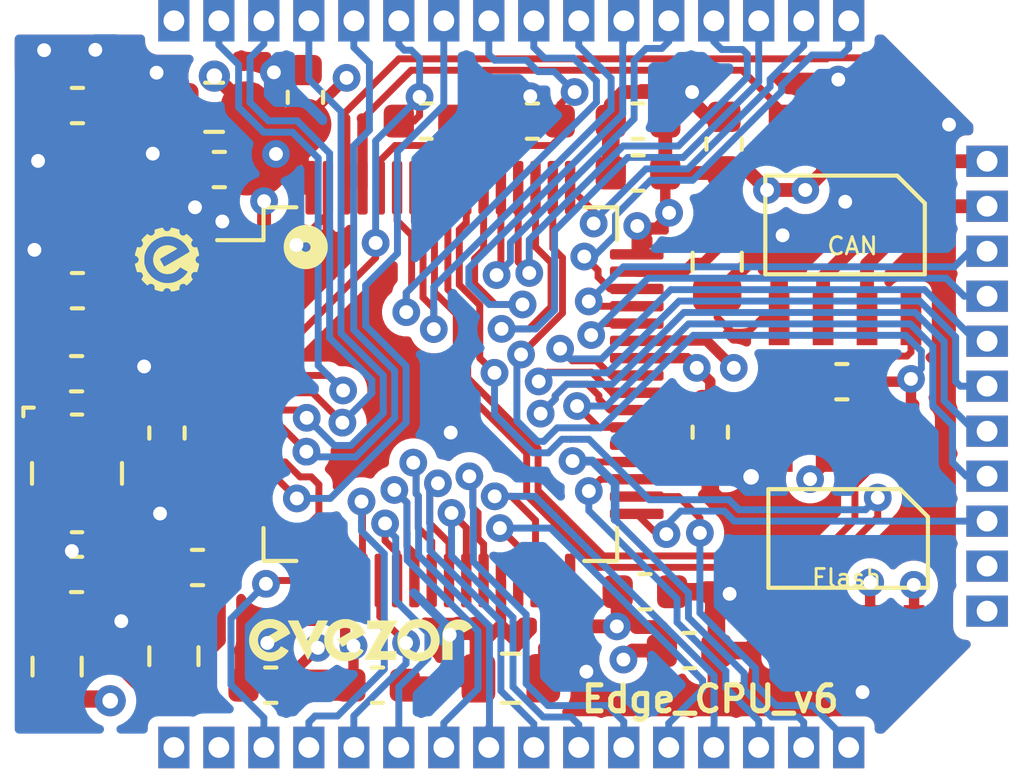
<source format=kicad_pcb>
(kicad_pcb (version 20171130) (host pcbnew "(5.1.5)-3")
  (layers (0 F.Cu signal) (1 In1.Cu mixed) (2 In2.Cu power) (31 B.Cu signal) (34 B.Paste user) (35 F.Paste user) (36 B.SilkS user) (37 F.SilkS user) (38 B.Mask user) (39 F.Mask user) (44 Edge.Cuts user))
  (net 0 "")
  (net 1 HSE_IN)
  (net 2 GND)
  (net 3 LSE_IN)
  (net 4 "Net-(C3-Pad1)")
  (net 5 +3V3)
  (net 6 "Net-(C7-Pad1)")
  (net 7 NRST)
  (net 8 "Net-(C10-Pad1)")
  (net 9 HSE_OUT)
  (net 10 LSE_OUT)
  (net 11 BOOT0)
  (net 12 FLASH_MOSI)
  (net 13 PC1)
  (net 14 PC2)
  (net 15 PC3)
  (net 16 PA0)
  (net 17 PA3)
  (net 18 PA5)
  (net 19 PC4)
  (net 20 PC5)
  (net 21 PB10)
  (net 22 PB11)
  (net 23 PB14)
  (net 24 PB15)
  (net 25 PC7)
  (net 26 PC8)
  (net 27 PC9)
  (net 28 CAN_SLP)
  (net 29 CAN_RX)
  (net 30 CAN_TX)
  (net 31 SWDIO)
  (net 32 FLASH_CS)
  (net 33 PC10)
  (net 34 PC11)
  (net 35 PC12)
  (net 36 PD2)
  (net 37 FLASH_SCK)
  (net 38 FLASH_MISO)
  (net 39 PB7)
  (net 40 CAN_H)
  (net 41 CAN_L)
  (net 42 PB6)
  (net 43 D+)
  (net 44 D-)
  (net 45 PB13)
  (net 46 PB12)
  (net 47 "Net-(U1-Pad2)")
  (net 48 SW_CLK)
  (net 49 PA4)
  (net 50 PA6)
  (net 51 PA7)
  (net 52 PB0)
  (net 53 PB1)
  (net 54 PA8)
  (net 55 PC0)
  (net 56 +3.3VA)
  (net 57 "Net-(U1-Pad15)")
  (net 58 "Net-(U1-Pad16)")
  (module EvezorLIB:evezor_12 (layer F.Cu) (at 145.65 119.95)
    (fp_text reference G*** hide)
    (fp_text value LOGO hide)
  )
  (module EvezorLIB:GEAR_18 (layer F.Cu) (at 140.05 108.95)
    (fp_text reference G*** hide)
    (fp_text value LOGO hide)
  )
  (module Capacitor_SMD:C_0805_2012Metric (layer F.Cu) (at 155.95 109.0125 270)
    (fp_text reference C10)
    (fp_text value 10uF)
    (pad 2 smd roundrect (at 0.9375 0 270) (size 0.975 1.4) (layers F.Cu F.Paste F.Mask) (net 2 GND))
    (pad 1 smd roundrect (at -0.9375 0 270) (size 0.975 1.4) (layers F.Cu F.Paste F.Mask) (net 8 "Net-(C10-Pad1)"))
  )
  (module Capacitor_SMD:C_0603_1608Metric (layer F.Cu) (at 144.05 104.2625 90)
    (fp_text reference C13)
    (fp_text value 100nF)
    (pad 2 smd roundrect (at 0.7875 0 90) (size 0.875 0.95) (layers F.Cu F.Paste F.Mask) (net 2 GND))
    (pad 1 smd roundrect (at -0.7875 0 90) (size 0.875 0.95) (layers F.Cu F.Paste F.Mask) (net 5 +3V3))
  )
  (module Package_QFP:LQFP-64_10x10mm_P0.5mm (layer F.Cu) (at 147.95 112.55)
    (fp_text reference U1)
    (fp_text value STM32F405RGTx)
    (pad 64 smd roundrect (at -3.75 -5.675) (size 0.3 1.55) (layers F.Cu F.Paste F.Mask) (net 5 +3V3))
    (pad 63 smd roundrect (at -3.25 -5.675) (size 0.3 1.55) (layers F.Cu F.Paste F.Mask) (net 2 GND))
    (pad 62 smd roundrect (at -2.75 -5.675) (size 0.3 1.55) (layers F.Cu F.Paste F.Mask) (net 30 CAN_TX))
    (pad 61 smd roundrect (at -2.25 -5.675) (size 0.3 1.55) (layers F.Cu F.Paste F.Mask) (net 29 CAN_RX))
    (pad 60 smd roundrect (at -1.75 -5.675) (size 0.3 1.55) (layers F.Cu F.Paste F.Mask) (net 11 BOOT0))
    (pad 59 smd roundrect (at -1.25 -5.675) (size 0.3 1.55) (layers F.Cu F.Paste F.Mask) (net 39 PB7))
    (pad 58 smd roundrect (at -0.75 -5.675) (size 0.3 1.55) (layers F.Cu F.Paste F.Mask) (net 42 PB6))
    (pad 57 smd roundrect (at -0.25 -5.675) (size 0.3 1.55) (layers F.Cu F.Paste F.Mask) (net 12 FLASH_MOSI))
    (pad 56 smd roundrect (at 0.25 -5.675) (size 0.3 1.55) (layers F.Cu F.Paste F.Mask) (net 38 FLASH_MISO))
    (pad 55 smd roundrect (at 0.75 -5.675) (size 0.3 1.55) (layers F.Cu F.Paste F.Mask) (net 37 FLASH_SCK))
    (pad 54 smd roundrect (at 1.25 -5.675) (size 0.3 1.55) (layers F.Cu F.Paste F.Mask) (net 36 PD2))
    (pad 53 smd roundrect (at 1.75 -5.675) (size 0.3 1.55) (layers F.Cu F.Paste F.Mask) (net 35 PC12))
    (pad 52 smd roundrect (at 2.25 -5.675) (size 0.3 1.55) (layers F.Cu F.Paste F.Mask) (net 34 PC11))
    (pad 51 smd roundrect (at 2.75 -5.675) (size 0.3 1.55) (layers F.Cu F.Paste F.Mask) (net 33 PC10))
    (pad 50 smd roundrect (at 3.25 -5.675) (size 0.3 1.55) (layers F.Cu F.Paste F.Mask) (net 32 FLASH_CS))
    (pad 49 smd roundrect (at 3.75 -5.675) (size 0.3 1.55) (layers F.Cu F.Paste F.Mask) (net 48 SW_CLK))
    (pad 48 smd roundrect (at 5.675 -3.75) (size 1.55 0.3) (layers F.Cu F.Paste F.Mask) (net 5 +3V3))
    (pad 47 smd roundrect (at 5.675 -3.25) (size 1.55 0.3) (layers F.Cu F.Paste F.Mask) (net 8 "Net-(C10-Pad1)"))
    (pad 46 smd roundrect (at 5.675 -2.75) (size 1.55 0.3) (layers F.Cu F.Paste F.Mask) (net 31 SWDIO))
    (pad 45 smd roundrect (at 5.675 -2.25) (size 1.55 0.3) (layers F.Cu F.Paste F.Mask) (net 43 D+))
    (pad 44 smd roundrect (at 5.675 -1.75) (size 1.55 0.3) (layers F.Cu F.Paste F.Mask) (net 44 D-))
    (pad 43 smd roundrect (at 5.675 -1.25) (size 1.55 0.3) (layers F.Cu F.Paste F.Mask) (net 5 +3V3))
    (pad 42 smd roundrect (at 5.675 -0.75) (size 1.55 0.3) (layers F.Cu F.Paste F.Mask) (net 5 +3V3))
    (pad 41 smd roundrect (at 5.675 -0.25) (size 1.55 0.3) (layers F.Cu F.Paste F.Mask) (net 54 PA8))
    (pad 40 smd roundrect (at 5.675 0.25) (size 1.55 0.3) (layers F.Cu F.Paste F.Mask) (net 27 PC9))
    (pad 39 smd roundrect (at 5.675 0.75) (size 1.55 0.3) (layers F.Cu F.Paste F.Mask) (net 26 PC8))
    (pad 38 smd roundrect (at 5.675 1.25) (size 1.55 0.3) (layers F.Cu F.Paste F.Mask) (net 25 PC7))
    (pad 37 smd roundrect (at 5.675 1.75) (size 1.55 0.3) (layers F.Cu F.Paste F.Mask) (net 28 CAN_SLP))
    (pad 36 smd roundrect (at 5.675 2.25) (size 1.55 0.3) (layers F.Cu F.Paste F.Mask) (net 24 PB15))
    (pad 35 smd roundrect (at 5.675 2.75) (size 1.55 0.3) (layers F.Cu F.Paste F.Mask) (net 23 PB14))
    (pad 34 smd roundrect (at 5.675 3.25) (size 1.55 0.3) (layers F.Cu F.Paste F.Mask) (net 45 PB13))
    (pad 33 smd roundrect (at 5.675 3.75) (size 1.55 0.3) (layers F.Cu F.Paste F.Mask) (net 46 PB12))
    (pad 32 smd roundrect (at 3.75 5.675) (size 0.3 1.55) (layers F.Cu F.Paste F.Mask) (net 5 +3V3))
    (pad 31 smd roundrect (at 3.25 5.675) (size 0.3 1.55) (layers F.Cu F.Paste F.Mask) (net 6 "Net-(C7-Pad1)"))
    (pad 30 smd roundrect (at 2.75 5.675) (size 0.3 1.55) (layers F.Cu F.Paste F.Mask) (net 22 PB11))
    (pad 29 smd roundrect (at 2.25 5.675) (size 0.3 1.55) (layers F.Cu F.Paste F.Mask) (net 21 PB10))
    (pad 28 smd roundrect (at 1.75 5.675) (size 0.3 1.55) (layers F.Cu F.Paste F.Mask) (net 2 GND))
    (pad 27 smd roundrect (at 1.25 5.675) (size 0.3 1.55) (layers F.Cu F.Paste F.Mask) (net 53 PB1))
    (pad 26 smd roundrect (at 0.75 5.675) (size 0.3 1.55) (layers F.Cu F.Paste F.Mask) (net 52 PB0))
    (pad 25 smd roundrect (at 0.25 5.675) (size 0.3 1.55) (layers F.Cu F.Paste F.Mask) (net 20 PC5))
    (pad 24 smd roundrect (at -0.25 5.675) (size 0.3 1.55) (layers F.Cu F.Paste F.Mask) (net 19 PC4))
    (pad 23 smd roundrect (at -0.75 5.675) (size 0.3 1.55) (layers F.Cu F.Paste F.Mask) (net 51 PA7))
    (pad 22 smd roundrect (at -1.25 5.675) (size 0.3 1.55) (layers F.Cu F.Paste F.Mask) (net 50 PA6))
    (pad 21 smd roundrect (at -1.75 5.675) (size 0.3 1.55) (layers F.Cu F.Paste F.Mask) (net 18 PA5))
    (pad 20 smd roundrect (at -2.25 5.675) (size 0.3 1.55) (layers F.Cu F.Paste F.Mask) (net 49 PA4))
    (pad 19 smd roundrect (at -2.75 5.675) (size 0.3 1.55) (layers F.Cu F.Paste F.Mask) (net 5 +3V3))
    (pad 18 smd roundrect (at -3.25 5.675) (size 0.3 1.55) (layers F.Cu F.Paste F.Mask) (net 2 GND))
    (pad 17 smd roundrect (at -3.75 5.675) (size 0.3 1.55) (layers F.Cu F.Paste F.Mask) (net 17 PA3))
    (pad 16 smd roundrect (at -5.675 3.75) (size 1.55 0.3) (layers F.Cu F.Paste F.Mask) (net 58 "Net-(U1-Pad16)"))
    (pad 15 smd roundrect (at -5.675 3.25) (size 1.55 0.3) (layers F.Cu F.Paste F.Mask) (net 57 "Net-(U1-Pad15)"))
    (pad 14 smd roundrect (at -5.675 2.75) (size 1.55 0.3) (layers F.Cu F.Paste F.Mask) (net 16 PA0))
    (pad 13 smd roundrect (at -5.675 2.25) (size 1.55 0.3) (layers F.Cu F.Paste F.Mask) (net 56 +3.3VA))
    (pad 12 smd roundrect (at -5.675 1.75) (size 1.55 0.3) (layers F.Cu F.Paste F.Mask) (net 2 GND))
    (pad 11 smd roundrect (at -5.675 1.25) (size 1.55 0.3) (layers F.Cu F.Paste F.Mask) (net 15 PC3))
    (pad 10 smd roundrect (at -5.675 0.75) (size 1.55 0.3) (layers F.Cu F.Paste F.Mask) (net 14 PC2))
    (pad 9 smd roundrect (at -5.675 0.25) (size 1.55 0.3) (layers F.Cu F.Paste F.Mask) (net 13 PC1))
    (pad 8 smd roundrect (at -5.675 -0.25) (size 1.55 0.3) (layers F.Cu F.Paste F.Mask) (net 55 PC0))
    (pad 7 smd roundrect (at -5.675 -0.75) (size 1.55 0.3) (layers F.Cu F.Paste F.Mask) (net 7 NRST))
    (pad 6 smd roundrect (at -5.675 -1.25) (size 1.55 0.3) (layers F.Cu F.Paste F.Mask) (net 9 HSE_OUT))
    (pad 5 smd roundrect (at -5.675 -1.75) (size 1.55 0.3) (layers F.Cu F.Paste F.Mask) (net 1 HSE_IN))
    (pad 4 smd roundrect (at -5.675 -2.25) (size 1.55 0.3) (layers F.Cu F.Paste F.Mask) (net 10 LSE_OUT))
    (pad 3 smd roundrect (at -5.675 -2.75) (size 1.55 0.3) (layers F.Cu F.Paste F.Mask) (net 3 LSE_IN))
    (pad 2 smd roundrect (at -5.675 -3.25) (size 1.55 0.3) (layers F.Cu F.Paste F.Mask) (net 47 "Net-(U1-Pad2)"))
    (pad 1 smd roundrect (at -5.675 -3.75) (size 1.55 0.3) (layers F.Cu F.Paste F.Mask) (net 5 +3V3))
  )
  (module Capacitor_SMD:C_0603_1608Metric (layer F.Cu) (at 147.5375 104.95)
    (fp_text reference C8)
    (fp_text value 100nF)
    (pad 2 smd roundrect (at 0.7875 0) (size 0.875 0.95) (layers F.Cu F.Paste F.Mask) (net 2 GND))
    (pad 1 smd roundrect (at -0.7875 0) (size 0.875 0.95) (layers F.Cu F.Paste F.Mask) (net 7 NRST))
  )
  (module Capacitor_SMD:C_0603_1608Metric (layer F.Cu) (at 146.1365 121.25)
    (fp_text reference C12)
    (fp_text value 100nF)
    (pad 2 smd roundrect (at 0.7875 0) (size 0.875 0.95) (layers F.Cu F.Paste F.Mask) (net 2 GND))
    (pad 1 smd roundrect (at -0.7875 0) (size 0.875 0.95) (layers F.Cu F.Paste F.Mask) (net 5 +3V3))
  )
  (module Capacitor_SMD:C_0603_1608Metric (layer F.Cu) (at 143.05 121.25 180)
    (fp_text reference C6)
    (fp_text value 100nF)
    (pad 2 smd roundrect (at 0.7875 0 180) (size 0.875 0.95) (layers F.Cu F.Paste F.Mask) (net 2 GND))
    (pad 1 smd roundrect (at -0.7875 0 180) (size 0.875 0.95) (layers F.Cu F.Paste F.Mask) (net 5 +3V3))
  )
  (module Capacitor_SMD:C_0603_1608Metric (layer F.Cu) (at 153.6625 104.95 180)
    (fp_text reference C18)
    (fp_text value 100nF)
    (pad 2 smd roundrect (at 0.7875 0 180) (size 0.875 0.95) (layers F.Cu F.Paste F.Mask) (net 2 GND))
    (pad 1 smd roundrect (at -0.7875 0 180) (size 0.875 0.95) (layers F.Cu F.Paste F.Mask) (net 5 +3V3))
  )
  (module Capacitor_SMD:C_0805_2012Metric (layer F.Cu) (at 141.4125 104.55 180)
    (fp_text reference C5)
    (fp_text value 10uF)
    (pad 2 smd roundrect (at 0.9375 0 180) (size 0.975 1.4) (layers F.Cu F.Paste F.Mask) (net 2 GND))
    (pad 1 smd roundrect (at -0.9375 0 180) (size 0.975 1.4) (layers F.Cu F.Paste F.Mask) (net 5 +3V3))
  )
  (module Capacitor_SMD:C_0603_1608Metric (layer F.Cu) (at 137.4375 112.25)
    (fp_text reference C1)
    (fp_text value 20pF)
    (pad 2 smd roundrect (at 0.7875 0) (size 0.875 0.95) (layers F.Cu F.Paste F.Mask) (net 2 GND))
    (pad 1 smd roundrect (at -0.7875 0) (size 0.875 0.95) (layers F.Cu F.Paste F.Mask) (net 1 HSE_IN))
  )
  (module Capacitor_SMD:C_0603_1608Metric (layer F.Cu) (at 137.4625 104.5 180)
    (fp_text reference C2)
    (fp_text value 12pF)
    (pad 2 smd roundrect (at 0.7875 0 180) (size 0.875 0.95) (layers F.Cu F.Paste F.Mask) (net 2 GND))
    (pad 1 smd roundrect (at -0.7875 0 180) (size 0.875 0.95) (layers F.Cu F.Paste F.Mask) (net 3 LSE_IN))
  )
  (module Capacitor_SMD:C_0603_1608Metric (layer F.Cu) (at 137.4375 118.05 180)
    (fp_text reference C3)
    (fp_text value 20pF)
    (pad 2 smd roundrect (at 0.7875 0 180) (size 0.875 0.95) (layers F.Cu F.Paste F.Mask) (net 2 GND))
    (pad 1 smd roundrect (at -0.7875 0 180) (size 0.875 0.95) (layers F.Cu F.Paste F.Mask) (net 4 "Net-(C3-Pad1)"))
  )
  (module Capacitor_SMD:C_0603_1608Metric (layer F.Cu) (at 137.4625 109.85 180)
    (fp_text reference C4)
    (fp_text value 12pF)
    (pad 2 smd roundrect (at 0.7875 0 180) (size 0.875 0.95) (layers F.Cu F.Paste F.Mask) (net 2 GND))
    (pad 1 smd roundrect (at -0.7875 0 180) (size 0.875 0.95) (layers F.Cu F.Paste F.Mask) (net 10 LSE_OUT))
  )
  (module Capacitor_SMD:C_0805_2012Metric (layer F.Cu) (at 149.9875 121.05 180)
    (fp_text reference C7)
    (fp_text value 10uF)
    (pad 2 smd roundrect (at 0.9375 0 180) (size 0.975 1.4) (layers F.Cu F.Paste F.Mask) (net 2 GND))
    (pad 1 smd roundrect (at -0.9375 0 180) (size 0.975 1.4) (layers F.Cu F.Paste F.Mask) (net 6 "Net-(C7-Pad1)"))
  )
  (module Capacitor_SMD:C_0603_1608Metric (layer F.Cu) (at 153.6625 106.45 180)
    (fp_text reference C9)
    (fp_text value 100nF)
    (pad 2 smd roundrect (at 0.7875 0 180) (size 0.875 0.95) (layers F.Cu F.Paste F.Mask) (net 2 GND))
    (pad 1 smd roundrect (at -0.7875 0 180) (size 0.875 0.95) (layers F.Cu F.Paste F.Mask) (net 5 +3V3))
  )
  (module Capacitor_SMD:C_0603_1608Metric (layer F.Cu) (at 155.14 120.25)
    (fp_text reference C11)
    (fp_text value 100nF)
    (pad 2 smd roundrect (at 0.7875 0) (size 0.875 0.95) (layers F.Cu F.Paste F.Mask) (net 2 GND))
    (pad 1 smd roundrect (at -0.7875 0) (size 0.875 0.95) (layers F.Cu F.Paste F.Mask) (net 5 +3V3))
  )
  (module Capacitor_SMD:C_0603_1608Metric (layer F.Cu) (at 140.9325 117.85 180)
    (fp_text reference C14)
    (fp_text value 100nF)
    (pad 2 smd roundrect (at 0.7875 0 180) (size 0.875 0.95) (layers F.Cu F.Paste F.Mask) (net 2 GND))
    (pad 1 smd roundrect (at -0.7875 0 180) (size 0.875 0.95) (layers F.Cu F.Paste F.Mask) (net 56 +3.3VA))
  )
  (module Capacitor_SMD:C_0603_1608Metric (layer F.Cu) (at 141.5625 106.35 180)
    (fp_text reference C15)
    (fp_text value 100nF)
    (pad 2 smd roundrect (at 0.7875 0 180) (size 0.875 0.95) (layers F.Cu F.Paste F.Mask) (net 2 GND))
    (pad 1 smd roundrect (at -0.7875 0 180) (size 0.875 0.95) (layers F.Cu F.Paste F.Mask) (net 5 +3V3))
  )
  (module Capacitor_SMD:C_0805_2012Metric (layer F.Cu) (at 140.25 120.4125 90)
    (fp_text reference C16)
    (fp_text value 10uF)
    (pad 2 smd roundrect (at 0.9375 0 90) (size 0.975 1.4) (layers F.Cu F.Paste F.Mask) (net 2 GND))
    (pad 1 smd roundrect (at -0.9375 0 90) (size 0.975 1.4) (layers F.Cu F.Paste F.Mask) (net 56 +3.3VA))
  )
  (module Capacitor_SMD:C_0603_1608Metric (layer F.Cu) (at 153.8625 118.55)
    (fp_text reference C17)
    (fp_text value 100nF)
    (pad 2 smd roundrect (at 0.7875 0) (size 0.875 0.95) (layers F.Cu F.Paste F.Mask) (net 2 GND))
    (pad 1 smd roundrect (at -0.7875 0) (size 0.875 0.95) (layers F.Cu F.Paste F.Mask) (net 5 +3V3))
  )
  (module Capacitor_SMD:C_0603_1608Metric (layer F.Cu) (at 156.15 105.6125 270)
    (fp_text reference C19)
    (fp_text value 100nF)
    (pad 2 smd roundrect (at 0.7875 0 270) (size 0.875 0.95) (layers F.Cu F.Paste F.Mask) (net 5 +3V3))
    (pad 1 smd roundrect (at -0.7875 0 270) (size 0.875 0.95) (layers F.Cu F.Paste F.Mask) (net 2 GND))
  )
  (module Inductor_SMD:L_0805_2012Metric (layer F.Cu) (at 136.875 120.7125 90)
    (fp_text reference FB1)
    (fp_text value Ferrite)
    (pad 2 smd roundrect (at 0.9375 0 90) (size 0.975 1.4) (layers F.Cu F.Paste F.Mask) (net 56 +3.3VA))
    (pad 1 smd roundrect (at -0.9375 0 90) (size 0.975 1.4) (layers F.Cu F.Paste F.Mask) (net 5 +3V3))
  )
  (module Resistor_SMD:R_0603_1608Metric (layer F.Cu) (at 140.05 113.9625 270)
    (fp_text reference R1)
    (fp_text value 220)
    (pad 2 smd roundrect (at 0.7875 0 270) (size 0.875 0.95) (layers F.Cu F.Paste F.Mask) (net 4 "Net-(C3-Pad1)"))
    (pad 1 smd roundrect (at -0.7875 0 270) (size 0.875 0.95) (layers F.Cu F.Paste F.Mask) (net 9 HSE_OUT))
  )
  (module Resistor_SMD:R_0603_1608Metric (layer F.Cu) (at 150.6125 104.95 180)
    (fp_text reference R3)
    (fp_text value 100K)
    (pad 2 smd roundrect (at 0.7875 0 180) (size 0.875 0.95) (layers F.Cu F.Paste F.Mask) (net 2 GND))
    (pad 1 smd roundrect (at -0.7875 0 180) (size 0.875 0.95) (layers F.Cu F.Paste F.Mask) (net 11 BOOT0))
  )
  (module Resistor_SMD:R_0603_1608Metric (layer F.Cu) (at 159.5525 112.48)
    (fp_text reference R4)
    (fp_text value 100K)
    (pad 2 smd roundrect (at 0.7875 0) (size 0.875 0.95) (layers F.Cu F.Paste F.Mask) (net 32 FLASH_CS))
    (pad 1 smd roundrect (at -0.7875 0) (size 0.875 0.95) (layers F.Cu F.Paste F.Mask) (net 5 +3V3))
  )
  (module EvezorLIB:CAN-TRANS-SN65HVD230DR (layer F.Cu) (at 159.645 107.95 180)
    (fp_text reference U2)
    (fp_text value Trans_CAN_SN65HVD230DR)
    (pad 4 smd rect (at 1.905 2.7 180) (size 0.6 1.55) (layers F.Cu F.Paste F.Mask) (net 29 CAN_RX))
    (pad 5 smd rect (at 1.905 -2.7 180) (size 0.6 1.55) (layers F.Cu F.Paste F.Mask) (net 2 GND))
    (pad 3 smd rect (at 0.635 2.7 180) (size 0.6 1.55) (layers F.Cu F.Paste F.Mask) (net 5 +3V3))
    (pad 6 smd rect (at 0.635 -2.7 180) (size 0.6 1.55) (layers F.Cu F.Paste F.Mask) (net 41 CAN_L))
    (pad 2 smd rect (at -0.635 2.7 180) (size 0.6 1.55) (layers F.Cu F.Paste F.Mask) (net 2 GND))
    (pad 7 smd rect (at -0.635 -2.7 180) (size 0.6 1.55) (layers F.Cu F.Paste F.Mask) (net 40 CAN_H))
    (pad 1 smd rect (at -1.905 2.7 180) (size 0.6 1.55) (layers F.Cu F.Paste F.Mask) (net 30 CAN_TX))
    (pad 8 smd rect (at -1.905 -2.7 180) (size 0.6 1.55) (layers F.Cu F.Paste F.Mask) (net 28 CAN_SLP))
  )
  (module Capacitor_SMD:C_0603_1608Metric (layer F.Cu) (at 155.75 113.94 270)
    (fp_text reference C20)
    (fp_text value 100nF)
    (pad 2 smd roundrect (at 0.7875 0 270) (size 0.875 0.95) (layers F.Cu F.Paste F.Mask) (net 2 GND))
    (pad 1 smd roundrect (at -0.7875 0 270) (size 0.875 0.95) (layers F.Cu F.Paste F.Mask) (net 5 +3V3))
  )
  (module EvezorLIB:CRYSTAL_SEIKO_32.768_SC-32S32.768kHz20PPM12.5pF (layer F.Cu) (at 137.825 107.175 270)
    (fp_text reference Y1)
    (fp_text value 32.768)
    (pad 2 smd rect (at 1.25 0 270) (size 1 1.8) (layers F.Cu F.Paste F.Mask) (net 10 LSE_OUT))
    (pad 1 smd rect (at -1.25 0 270) (size 1 1.8) (layers F.Cu F.Paste F.Mask) (net 3 LSE_IN))
  )
  (module EvezorLIB:CASTELLATED_11 (layer F.Cu) (at 163.75 112.55 90)
    (fp_text reference J2)
    (fp_text value Conn_01x11)
    (pad 11 thru_hole custom (at 6.44 0 90) (size 0.9 1.2) (drill 0.6) (layers *.Cu *.Mask) (net 41 CAN_L) (options (clearance outline) (anchor rect)) (primitives))
    (pad 10 thru_hole custom (at 5.14 0 90) (size 0.9 1.2) (drill 0.6) (layers *.Cu *.Mask) (net 40 CAN_H) (options (clearance outline) (anchor rect)) (primitives))
    (pad 9 thru_hole custom (at 3.84 0 90) (size 0.9 1.2) (drill 0.6) (layers *.Cu *.Mask) (net 43 D+) (options (clearance outline) (anchor rect)) (primitives))
    (pad 8 thru_hole custom (at 2.54 0 90) (size 0.9 1.2) (drill 0.6) (layers *.Cu *.Mask) (net 44 D-) (options (clearance outline) (anchor rect)) (primitives))
    (pad 7 thru_hole custom (at 1.24 0 90) (size 0.9 1.2) (drill 0.6) (layers *.Cu *.Mask) (net 54 PA8) (options (clearance outline) (anchor rect)) (primitives))
    (pad 6 thru_hole custom (at -0.06 0 90) (size 0.9 1.2) (drill 0.6) (layers *.Cu *.Mask) (net 27 PC9) (options (clearance outline) (anchor rect)) (primitives))
    (pad 5 thru_hole custom (at -1.36 0 90) (size 0.9 1.2) (drill 0.6) (layers *.Cu *.Mask) (net 26 PC8) (options (clearance outline) (anchor rect)) (primitives))
    (pad 4 thru_hole custom (at -2.66 0 90) (size 0.9 1.2) (drill 0.6) (layers *.Cu *.Mask) (net 25 PC7) (options (clearance outline) (anchor rect)) (primitives))
    (pad 3 thru_hole custom (at -3.96 0 90) (size 0.9 1.2) (drill 0.6) (layers *.Cu *.Mask) (net 46 PB12) (options (clearance outline) (anchor rect)) (primitives))
    (pad 2 thru_hole custom (at -5.26 0 90) (size 0.9 1.2) (drill 0.6) (layers *.Cu *.Mask) (net 5 +3V3) (options (clearance outline) (anchor rect)) (primitives))
    (pad 1 thru_hole custom (at -6.56 0 90) (size 0.9 1.2) (drill 0.6) (layers *.Cu *.Mask) (net 2 GND) (options (clearance outline) (anchor rect)) (primitives))
  )
  (module EvezorLIB:CASTELLATED_16 (layer F.Cu) (at 150.65 123.05)
    (fp_text reference J1)
    (fp_text value Conn_01x16)
    (pad 16 thru_hole custom (at 9.1 0) (size 0.9 1.2) (drill 0.6) (layers *.Cu *.Mask) (net 45 PB13) (options (clearance outline) (anchor rect)) (primitives))
    (pad 15 thru_hole custom (at 7.8 0) (size 0.9 1.2) (drill 0.6) (layers *.Cu *.Mask) (net 24 PB15) (options (clearance outline) (anchor rect)) (primitives))
    (pad 14 thru_hole custom (at 6.5 0) (size 0.9 1.2) (drill 0.6) (layers *.Cu *.Mask) (net 23 PB14) (options (clearance outline) (anchor rect)) (primitives))
    (pad 13 thru_hole custom (at 5.2 0) (size 0.9 1.2) (drill 0.6) (layers *.Cu *.Mask) (net 22 PB11) (options (clearance outline) (anchor rect)) (primitives))
    (pad 12 thru_hole custom (at 3.9 0) (size 0.9 1.2) (drill 0.6) (layers *.Cu *.Mask) (net 21 PB10) (options (clearance outline) (anchor rect)) (primitives))
    (pad 11 thru_hole custom (at 2.6 0) (size 0.9 1.2) (drill 0.6) (layers *.Cu *.Mask) (net 53 PB1) (options (clearance outline) (anchor rect)) (primitives))
    (pad 10 thru_hole custom (at 1.3 0) (size 0.9 1.2) (drill 0.6) (layers *.Cu *.Mask) (net 52 PB0) (options (clearance outline) (anchor rect)) (primitives))
    (pad 9 thru_hole custom (at 0 0) (size 0.9 1.2) (drill 0.6) (layers *.Cu *.Mask) (net 20 PC5) (options (clearance outline) (anchor rect)) (primitives))
    (pad 8 thru_hole custom (at -1.3 0) (size 0.9 1.2) (drill 0.6) (layers *.Cu *.Mask) (net 19 PC4) (options (clearance outline) (anchor rect)) (primitives))
    (pad 7 thru_hole custom (at -2.6 0) (size 0.9 1.2) (drill 0.6) (layers *.Cu *.Mask) (net 51 PA7) (options (clearance outline) (anchor rect)) (primitives))
    (pad 6 thru_hole custom (at -3.9 0) (size 0.9 1.2) (drill 0.6) (layers *.Cu *.Mask) (net 50 PA6) (options (clearance outline) (anchor rect)) (primitives))
    (pad 5 thru_hole custom (at -5.2 0) (size 0.9 1.2) (drill 0.6) (layers *.Cu *.Mask) (net 18 PA5) (options (clearance outline) (anchor rect)) (primitives))
    (pad 4 thru_hole custom (at -6.5 0) (size 0.9 1.2) (drill 0.6) (layers *.Cu *.Mask) (net 49 PA4) (options (clearance outline) (anchor rect)) (primitives))
    (pad 3 thru_hole custom (at -7.8 0) (size 0.9 1.2) (drill 0.6) (layers *.Cu *.Mask) (net 17 PA3) (options (clearance outline) (anchor rect)) (primitives))
    (pad 2 thru_hole custom (at -9.1 0) (size 0.9 1.2) (drill 0.6) (layers *.Cu *.Mask) (net 2 GND) (options (clearance outline) (anchor rect)) (primitives))
    (pad 1 thru_hole custom (at -10.4 0) (size 0.9 1.2) (drill 0.6) (layers *.Cu *.Mask) (net 5 +3V3) (options (clearance outline) (anchor rect)) (primitives))
  )
  (module EvezorLIB:CASTELLATED_16 (layer F.Cu) (at 150.65 102.05)
    (fp_text reference J3)
    (fp_text value Conn_01x16)
    (pad 16 thru_hole custom (at 9.1 0) (size 0.9 1.2) (drill 0.6) (layers *.Cu *.Mask) (net 31 SWDIO) (options (clearance outline) (anchor rect)) (primitives))
    (pad 15 thru_hole custom (at 7.8 0) (size 0.9 1.2) (drill 0.6) (layers *.Cu *.Mask) (net 48 SW_CLK) (options (clearance outline) (anchor rect)) (primitives))
    (pad 14 thru_hole custom (at 6.5 0) (size 0.9 1.2) (drill 0.6) (layers *.Cu *.Mask) (net 33 PC10) (options (clearance outline) (anchor rect)) (primitives))
    (pad 13 thru_hole custom (at 5.2 0) (size 0.9 1.2) (drill 0.6) (layers *.Cu *.Mask) (net 34 PC11) (options (clearance outline) (anchor rect)) (primitives))
    (pad 12 thru_hole custom (at 3.9 0) (size 0.9 1.2) (drill 0.6) (layers *.Cu *.Mask) (net 35 PC12) (options (clearance outline) (anchor rect)) (primitives))
    (pad 11 thru_hole custom (at 2.6 0) (size 0.9 1.2) (drill 0.6) (layers *.Cu *.Mask) (net 36 PD2) (options (clearance outline) (anchor rect)) (primitives))
    (pad 10 thru_hole custom (at 1.3 0) (size 0.9 1.2) (drill 0.6) (layers *.Cu *.Mask) (net 42 PB6) (options (clearance outline) (anchor rect)) (primitives))
    (pad 9 thru_hole custom (at 0 0) (size 0.9 1.2) (drill 0.6) (layers *.Cu *.Mask) (net 39 PB7) (options (clearance outline) (anchor rect)) (primitives))
    (pad 8 thru_hole custom (at -1.3 0) (size 0.9 1.2) (drill 0.6) (layers *.Cu *.Mask) (net 11 BOOT0) (options (clearance outline) (anchor rect)) (primitives))
    (pad 7 thru_hole custom (at -2.6 0) (size 0.9 1.2) (drill 0.6) (layers *.Cu *.Mask) (net 16 PA0) (options (clearance outline) (anchor rect)) (primitives))
    (pad 6 thru_hole custom (at -3.9 0) (size 0.9 1.2) (drill 0.6) (layers *.Cu *.Mask) (net 7 NRST) (options (clearance outline) (anchor rect)) (primitives))
    (pad 5 thru_hole custom (at -5.2 0) (size 0.9 1.2) (drill 0.6) (layers *.Cu *.Mask) (net 15 PC3) (options (clearance outline) (anchor rect)) (primitives))
    (pad 4 thru_hole custom (at -6.5 0) (size 0.9 1.2) (drill 0.6) (layers *.Cu *.Mask) (net 14 PC2) (options (clearance outline) (anchor rect)) (primitives))
    (pad 3 thru_hole custom (at -7.8 0) (size 0.9 1.2) (drill 0.6) (layers *.Cu *.Mask) (net 13 PC1) (options (clearance outline) (anchor rect)) (primitives))
    (pad 2 thru_hole custom (at -9.1 0) (size 0.9 1.2) (drill 0.6) (layers *.Cu *.Mask) (net 55 PC0) (options (clearance outline) (anchor rect)) (primitives))
    (pad 1 thru_hole custom (at -10.4 0) (size 0.9 1.2) (drill 0.6) (layers *.Cu *.Mask) (net 2 GND) (options (clearance outline) (anchor rect)) (primitives))
  )
  (module EvezorLIB:Crystal_3.2X2.5X0.8_C9002 (layer F.Cu) (at 137.45 115.13 270)
    (fp_text reference Y2)
    (fp_text value 12MHz)
    (pad 2 smd rect (at 1.1 0.85 270) (size 1.4 1.2) (layers F.Cu F.Paste F.Mask) (net 2 GND))
    (pad 1 smd rect (at -1.1 0.85 270) (size 1.4 1.2) (layers F.Cu F.Paste F.Mask) (net 1 HSE_IN))
    (pad 3 smd rect (at 1.1 -0.85 270) (size 1.4 1.2) (layers F.Cu F.Paste F.Mask) (net 4 "Net-(C3-Pad1)"))
    (pad 4 smd rect (at -1.1 -0.85 270) (size 1.4 1.2) (layers F.Cu F.Paste F.Mask) (net 2 GND))
  )
  (module EvezorLIB:CAN-TRANS-SN65HVD230DR (layer F.Cu) (at 159.735 117.01 180)
    (fp_text reference U3)
    (fp_text value Edge_V1_Mem)
    (pad 4 smd rect (at 1.905 2.7 180) (size 0.6 1.55) (layers F.Cu F.Paste F.Mask) (net 2 GND))
    (pad 5 smd rect (at 1.905 -2.7 180) (size 0.6 1.55) (layers F.Cu F.Paste F.Mask) (net 12 FLASH_MOSI))
    (pad 3 smd rect (at 0.635 2.7 180) (size 0.6 1.55) (layers F.Cu F.Paste F.Mask) (net 5 +3V3))
    (pad 6 smd rect (at 0.635 -2.7 180) (size 0.6 1.55) (layers F.Cu F.Paste F.Mask) (net 37 FLASH_SCK))
    (pad 2 smd rect (at -0.635 2.7 180) (size 0.6 1.55) (layers F.Cu F.Paste F.Mask) (net 38 FLASH_MISO))
    (pad 7 smd rect (at -0.635 -2.7 180) (size 0.6 1.55) (layers F.Cu F.Paste F.Mask) (net 5 +3V3))
    (pad 1 smd rect (at -1.905 2.7 180) (size 0.6 1.55) (layers F.Cu F.Paste F.Mask) (net 32 FLASH_CS))
    (pad 8 smd rect (at -1.905 -2.7 180) (size 0.6 1.55) (layers F.Cu F.Paste F.Mask) (net 5 +3V3))
  )
  (gr_text "Edge_CPU_v6\n" (at 155.75 121.65) (layer F.SilkS) (effects (font (size 0.75 0.75))))
  (gr_circle (center 144.06 108.59) (end 144.44833 108.59) (layer F.SilkS) (width 0.5))
  (gr_text "CAN\n" (at 159.86 108.56) (layer F.SilkS) (effects (font (size 0.5 0.5) (thickness 0.08))))
  (gr_text Flash (at 159.69 118.15) (layer F.SilkS) (effects (font (size 0.5 0.5) (thickness 0.08))))
  (segment (start 136.65 113.975) (end 136.6 114.025) (width 0.2) (layer F.Cu) (net 1))
  (segment (start 136.65 112.25) (end 136.65 113.975) (width 0.2) (layer F.Cu) (net 1))
  (segment (start 140.7 110.8) (end 140.15 111.35) (width 0.2) (layer F.Cu) (net 1))
  (segment (start 140.15 111.35) (end 136.75 111.35) (width 0.2) (layer F.Cu) (net 1))
  (segment (start 142.25 110.8) (end 140.7 110.8) (width 0.2) (layer F.Cu) (net 1))
  (segment (start 136.75 111.35) (end 136.65 111.45) (width 0.2) (layer F.Cu) (net 1))
  (segment (start 136.65 111.45) (end 136.65 112.25) (width 0.2) (layer F.Cu) (net 1))
  (segment (start 138.3 112.325) (end 138.225 112.25) (width 0.2) (layer F.Cu) (net 2))
  (segment (start 138.3 114.025) (end 138.3 112.325) (width 0.2) (layer F.Cu) (net 2))
  (segment (start 136.65 116.275) (end 136.6 116.225) (width 0.2) (layer F.Cu) (net 2))
  (segment (start 136.65 118.05) (end 136.65 116.275) (width 0.2) (layer F.Cu) (net 2))
  (via (at 137.301801 117.37382) (size 0.8) (drill 0.4) (layers F.Cu B.Cu) (net 2))
  (segment (start 136.65 118.05) (end 136.65 118.025621) (width 0.2) (layer F.Cu) (net 2))
  (segment (start 136.65 118.025621) (end 137.301801 117.37382) (width 0.2) (layer F.Cu) (net 2))
  (segment (start 139.725 119.1125) (end 139.725 119.75) (width 0.2) (layer F.Cu) (net 2))
  (segment (start 140.35 118.05) (end 140.35 118.4875) (width 0.2) (layer F.Cu) (net 2))
  (segment (start 140.35 118.4875) (end 139.725 119.1125) (width 0.2) (layer F.Cu) (net 2))
  (segment (start 156.15 104.825) (end 156.185 104.825) (width 0.2) (layer F.Cu) (net 2))
  (segment (start 155.73 118.55) (end 156.125 118.945) (width 0.2) (layer F.Cu) (net 2))
  (via (at 136.325 106.1) (size 0.8) (drill 0.4) (layers F.Cu B.Cu) (net 2))
  (segment (start 138.225 112.25) (end 139.18 112.25) (width 0.2) (layer F.Cu) (net 2))
  (via (at 139.39 112.04) (size 0.8) (drill 0.4) (layers F.Cu B.Cu) (net 2))
  (segment (start 139.18 112.25) (end 139.39 112.04) (width 0.2) (layer F.Cu) (net 2))
  (via (at 139.85 116.29) (size 0.8) (drill 0.4) (layers F.Cu B.Cu) (net 2))
  (segment (start 140.249999 115.890001) (end 139.85 116.29) (width 0.3) (layer F.Cu) (net 2))
  (segment (start 141.472938 114.3) (end 141.18 114.592938) (width 0.3) (layer F.Cu) (net 2))
  (segment (start 141.18 114.592938) (end 141.18 115.74) (width 0.3) (layer F.Cu) (net 2))
  (segment (start 141.18 115.74) (end 141.029999 115.890001) (width 0.3) (layer F.Cu) (net 2))
  (segment (start 142.25 114.3) (end 141.472938 114.3) (width 0.3) (layer F.Cu) (net 2))
  (segment (start 141.029999 115.890001) (end 140.249999 115.890001) (width 0.3) (layer F.Cu) (net 2))
  (via (at 159.65 107.28) (size 0.8) (drill 0.4) (layers F.Cu B.Cu) (net 2))
  (via (at 150.549045 104.23) (size 0.8) (drill 0.4) (layers F.Cu B.Cu) (net 2))
  (segment (start 149.825 104.95) (end 149.83 104.95) (width 0.4) (layer F.Cu) (net 2))
  (segment (start 149.83 104.95) (end 150.57 104.21) (width 0.4) (layer F.Cu) (net 2))
  (via (at 139.64 105.89) (size 0.8) (drill 0.4) (layers F.Cu B.Cu) (net 2))
  (via (at 137.98 102.89) (size 0.8) (drill 0.4) (layers F.Cu B.Cu) (net 2))
  (via (at 136.5 102.9) (size 0.8) (drill 0.4) (layers F.Cu B.Cu) (net 2))
  (via (at 142.950021 120.03) (size 0.8) (drill 0.4) (layers F.Cu B.Cu) (net 2))
  (segment (start 136.85 115.1) (end 138 115.1) (width 0.2) (layer F.Cu) (net 2))
  (segment (start 138 115.1) (end 138.3 114.8) (width 0.2) (layer F.Cu) (net 2))
  (segment (start 136.6 116.225) (end 136.6 115.35) (width 0.2) (layer F.Cu) (net 2))
  (segment (start 138.3 114.8) (end 138.3 114.025) (width 0.2) (layer F.Cu) (net 2))
  (segment (start 136.6 115.35) (end 136.85 115.1) (width 0.2) (layer F.Cu) (net 2))
  (segment (start 136.675 109.125) (end 136.22 108.67) (width 0.25) (layer F.Cu) (net 2))
  (segment (start 136.675 109.85) (end 136.675 109.125) (width 0.25) (layer F.Cu) (net 2))
  (via (at 136.22 108.67) (size 0.8) (drill 0.4) (layers F.Cu B.Cu) (net 2))
  (segment (start 136.325 105.425) (end 136.325 106.1) (width 0.25) (layer F.Cu) (net 2))
  (segment (start 136.65 105.1) (end 136.325 105.425) (width 0.25) (layer F.Cu) (net 2))
  (segment (start 136.675 104.5) (end 136.65 104.525) (width 0.25) (layer F.Cu) (net 2))
  (segment (start 136.65 104.525) (end 136.65 105.1) (width 0.25) (layer F.Cu) (net 2))
  (segment (start 140.475 104.55) (end 140.475 105.335) (width 0.4) (layer F.Cu) (net 2))
  (segment (start 140.775 105.635) (end 140.775 106.35) (width 0.4) (layer F.Cu) (net 2))
  (segment (start 140.475 105.335) (end 140.775 105.635) (width 0.4) (layer F.Cu) (net 2))
  (segment (start 142.2625 120.717521) (end 142.950021 120.03) (width 0.3) (layer F.Cu) (net 2))
  (segment (start 142.2625 121.25) (end 142.2625 120.717521) (width 0.3) (layer F.Cu) (net 2))
  (segment (start 149.05 121.05) (end 148.15 121.05) (width 0.5) (layer F.Cu) (net 2))
  (segment (start 147.95 121.25) (end 146.924 121.25) (width 0.5) (layer F.Cu) (net 2))
  (segment (start 148.15 121.05) (end 147.95 121.25) (width 0.5) (layer F.Cu) (net 2))
  (segment (start 139.85 117.555) (end 140.145 117.85) (width 0.5) (layer F.Cu) (net 2))
  (segment (start 139.85 116.29) (end 139.85 117.555) (width 0.5) (layer F.Cu) (net 2))
  (via (at 138.73 119.4) (size 0.8) (drill 0.4) (layers F.Cu B.Cu) (net 2))
  (segment (start 149.04 120) (end 149.04 121.04) (width 0.3) (layer F.Cu) (net 2))
  (segment (start 149.243029 120) (end 149.04 120) (width 0.3) (layer F.Cu) (net 2))
  (segment (start 149.7 118.225) (end 149.7 119.543029) (width 0.3) (layer F.Cu) (net 2))
  (segment (start 149.04 121.04) (end 149.05 121.05) (width 0.3) (layer F.Cu) (net 2))
  (segment (start 149.7 119.543029) (end 149.243029 120) (width 0.3) (layer F.Cu) (net 2))
  (via (at 140.86 107.44) (size 0.8) (drill 0.4) (layers F.Cu B.Cu) (net 2))
  (segment (start 140.775 107.355) (end 140.86 107.44) (width 0.4) (layer F.Cu) (net 2))
  (segment (start 140.775 106.35) (end 140.775 107.355) (width 0.4) (layer F.Cu) (net 2))
  (via (at 141.65 107.850002) (size 0.8) (drill 0.4) (layers F.Cu B.Cu) (net 2))
  (segment (start 141.270002 107.850002) (end 141.65 107.850002) (width 0.4) (layer F.Cu) (net 2))
  (segment (start 140.86 107.44) (end 141.270002 107.850002) (width 0.4) (layer F.Cu) (net 2))
  (segment (start 144.675 107.644957) (end 144.189956 108.130001) (width 0.2) (layer F.Cu) (net 2))
  (via (at 143.789957 108.53) (size 0.8) (drill 0.4) (layers F.Cu B.Cu) (net 2))
  (segment (start 144.189956 108.130001) (end 143.789957 108.53) (width 0.2) (layer F.Cu) (net 2))
  (segment (start 144.7 106.875) (end 144.7 107.65) (width 0.2) (layer F.Cu) (net 2))
  (segment (start 143.82 108.53) (end 143.789957 108.53) (width 0.2) (layer F.Cu) (net 2))
  (segment (start 144.675 106.875) (end 144.675 107.644957) (width 0.2) (layer F.Cu) (net 2))
  (segment (start 144.7 107.65) (end 143.82 108.53) (width 0.2) (layer F.Cu) (net 2))
  (segment (start 137.98 102.89) (end 138.545685 102.89) (width 0.9) (layer B.Cu) (net 2))
  (segment (start 148.83389 119.79389) (end 148.785706 119.79389) (width 0.3) (layer F.Cu) (net 2))
  (via (at 148.220021 119.79389) (size 0.8) (drill 0.4) (layers F.Cu B.Cu) (net 2))
  (segment (start 148.785706 119.79389) (end 148.220021 119.79389) (width 0.3) (layer F.Cu) (net 2))
  (segment (start 149.04 120) (end 148.83389 119.79389) (width 0.3) (layer F.Cu) (net 2))
  (segment (start 143.590021 119.39) (end 142.950021 120.03) (width 0.3) (layer F.Cu) (net 2))
  (segment (start 144.43 119.39) (end 143.590021 119.39) (width 0.3) (layer F.Cu) (net 2))
  (segment (start 144.7 118.225) (end 144.7 119.12) (width 0.3) (layer F.Cu) (net 2))
  (segment (start 144.7 119.12) (end 144.43 119.39) (width 0.3) (layer F.Cu) (net 2))
  (via (at 148.25 113.95) (size 0.8) (drill 0.4) (layers F.Cu B.Cu) (net 2))
  (via (at 159.45 103.75) (size 0.8) (drill 0.4) (layers F.Cu B.Cu) (net 2))
  (segment (start 139.75 103.825) (end 139.75 103.55) (width 0.4) (layer F.Cu) (net 2))
  (via (at 139.75 103.55) (size 0.8) (drill 0.4) (layers F.Cu B.Cu) (net 2))
  (segment (start 140.475 104.55) (end 139.75 103.825) (width 0.4) (layer F.Cu) (net 2))
  (segment (start 139.350001 103.150001) (end 139.75 103.55) (width 0.5) (layer B.Cu) (net 2))
  (segment (start 139.08 102.88) (end 139.350001 103.150001) (width 0.5) (layer B.Cu) (net 2))
  (segment (start 139.03 102.88) (end 139.08 102.88) (width 0.5) (layer B.Cu) (net 2))
  (via (at 155.224515 104.110021) (size 0.8) (drill 0.4) (layers F.Cu B.Cu) (net 2))
  (segment (start 156.15 104.825) (end 155.675 104.825) (width 0.4) (layer F.Cu) (net 2))
  (segment (start 155.224515 104.374515) (end 155.224515 104.110021) (width 0.4) (layer F.Cu) (net 2))
  (segment (start 152.875 104.475) (end 153.239979 104.110021) (width 0.4) (layer F.Cu) (net 2))
  (segment (start 152.875 104.95) (end 152.875 104.475) (width 0.4) (layer F.Cu) (net 2))
  (segment (start 155.675 104.825) (end 155.224515 104.374515) (width 0.4) (layer F.Cu) (net 2))
  (segment (start 153.239979 104.110021) (end 154.65883 104.110021) (width 0.4) (layer F.Cu) (net 2))
  (segment (start 154.65883 104.110021) (end 155.224515 104.110021) (width 0.4) (layer F.Cu) (net 2))
  (via (at 157.84 108.24994) (size 0.8) (drill 0.4) (layers F.Cu B.Cu) (net 2))
  (segment (start 157.65006 108.24994) (end 157.84 108.24994) (width 0.4) (layer F.Cu) (net 2))
  (segment (start 155.95 109.95) (end 157.65006 108.24994) (width 0.4) (layer F.Cu) (net 2))
  (segment (start 154.65 118.55) (end 156.248504 118.55) (width 0.5) (layer F.Cu) (net 2))
  (segment (start 156.248504 118.55) (end 156.309252 118.610748) (width 0.5) (layer F.Cu) (net 2))
  (segment (start 157.24 110.65) (end 157.74 110.65) (width 0.2) (layer F.Cu) (net 2))
  (segment (start 156.41 111.08) (end 156.81 111.08) (width 0.2) (layer F.Cu) (net 2))
  (segment (start 155.95 109.95) (end 155.95 110.62) (width 0.2) (layer F.Cu) (net 2))
  (segment (start 156.81 111.08) (end 157.24 110.65) (width 0.2) (layer F.Cu) (net 2))
  (segment (start 155.95 110.62) (end 156.41 111.08) (width 0.2) (layer F.Cu) (net 2))
  (segment (start 156.309252 118.610748) (end 156.3237 118.625196) (width 0.5) (layer F.Cu) (net 2))
  (via (at 156.309252 118.610748) (size 0.8) (drill 0.4) (layers F.Cu B.Cu) (net 2))
  (via (at 152.17 120.86) (size 0.8) (drill 0.4) (layers F.Cu B.Cu) (net 2))
  (via (at 143.14 103.54) (size 0.8) (drill 0.4) (layers F.Cu B.Cu) (net 2))
  (segment (start 143.205 103.475) (end 143.14 103.54) (width 0.4) (layer F.Cu) (net 2))
  (segment (start 144.05 103.475) (end 143.205 103.475) (width 0.4) (layer F.Cu) (net 2))
  (segment (start 156.4275 114.7275) (end 156.480001 114.780001) (width 0.4) (layer F.Cu) (net 2))
  (segment (start 156.480001 114.780001) (end 156.93 115.23) (width 0.4) (layer F.Cu) (net 2))
  (via (at 156.93 115.23) (size 0.9) (drill 0.45) (layers F.Cu B.Cu) (net 2))
  (segment (start 155.75 114.7275) (end 156.4275 114.7275) (width 0.4) (layer F.Cu) (net 2))
  (via (at 160.15 121.45) (size 0.8) (drill 0.4) (layers F.Cu B.Cu) (net 2))
  (via (at 162.65 105.05) (size 0.8) (drill 0.4) (layers F.Cu B.Cu) (net 2))
  (segment (start 138.25 105.5) (end 137.825 105.925) (width 0.25) (layer F.Cu) (net 3))
  (segment (start 138.25 104.5) (end 138.25 105.5) (width 0.25) (layer F.Cu) (net 3))
  (segment (start 137.825 106.675) (end 137.825 105.925) (width 0.25) (layer F.Cu) (net 3))
  (segment (start 140.925 109.8) (end 139.175 108.05) (width 0.25) (layer F.Cu) (net 3))
  (segment (start 138.45 106.975) (end 138.125 106.975) (width 0.25) (layer F.Cu) (net 3))
  (segment (start 138.125 106.975) (end 137.825 106.675) (width 0.25) (layer F.Cu) (net 3))
  (segment (start 142.275 109.8) (end 140.925 109.8) (width 0.25) (layer F.Cu) (net 3))
  (segment (start 139.175 108.05) (end 139.175 107.7) (width 0.25) (layer F.Cu) (net 3))
  (segment (start 139.175 107.7) (end 138.45 106.975) (width 0.25) (layer F.Cu) (net 3))
  (segment (start 139.235 115.09) (end 138.64 115.09) (width 0.2) (layer F.Cu) (net 4))
  (segment (start 138.3 115.43) (end 138.3 116.225) (width 0.2) (layer F.Cu) (net 4))
  (segment (start 139.575 114.75) (end 139.235 115.09) (width 0.2) (layer F.Cu) (net 4))
  (segment (start 140.05 114.75) (end 139.575 114.75) (width 0.2) (layer F.Cu) (net 4))
  (segment (start 138.64 115.09) (end 138.3 115.43) (width 0.2) (layer F.Cu) (net 4))
  (segment (start 138.3 116.225) (end 138.3 117.975) (width 0.2) (layer F.Cu) (net 4))
  (segment (start 138.3 117.975) (end 138.225 118.05) (width 0.2) (layer F.Cu) (net 4))
  (segment (start 144.05 106.6) (end 144.05 105.05) (width 0.2) (layer F.Cu) (net 5))
  (segment (start 154.55 119.875) (end 154.55 120.35) (width 0.2) (layer F.Cu) (net 5))
  (segment (start 154.225 119.55) (end 154.55 119.875) (width 0.2) (layer F.Cu) (net 5))
  (segment (start 154.45 106.45) (end 154.45 108.127902) (width 0.2) (layer F.Cu) (net 5))
  (segment (start 153.6 108.37) (end 153.6 108.74999) (width 0.2) (layer F.Cu) (net 5))
  (segment (start 154.45 108.127902) (end 153.842098 108.127902) (width 0.2) (layer F.Cu) (net 5))
  (segment (start 153.842098 108.127902) (end 153.6 108.37) (width 0.2) (layer F.Cu) (net 5))
  (segment (start 153.88 111.29) (end 154.06 111.3) (width 0.2) (layer F.Cu) (net 5))
  (segment (start 153.62 119.57) (end 154.32 119.57) (width 0.4) (layer F.Cu) (net 5))
  (segment (start 153.075 119.025) (end 153.62 119.57) (width 0.4) (layer F.Cu) (net 5))
  (segment (start 153.075 118.55) (end 153.075 119.025) (width 0.4) (layer F.Cu) (net 5))
  (segment (start 154.32 119.57) (end 154.225 119.55) (width 0.2) (layer F.Cu) (net 5))
  (segment (start 154.3525 119.6025) (end 154.3525 120.25) (width 0.4) (layer F.Cu) (net 5))
  (segment (start 154.32 119.57) (end 154.3525 119.6025) (width 0.4) (layer F.Cu) (net 5))
  (segment (start 151.675 118.225) (end 151.67 119.15) (width 0.3) (layer F.Cu) (net 5))
  (segment (start 153.93 108.495) (end 153.93 108.36) (width 0.3) (layer F.Cu) (net 5))
  (segment (start 153.6 108.8) (end 153.93 108.36) (width 0.2) (layer F.Cu) (net 5))
  (segment (start 153.625 108.8) (end 153.93 108.495) (width 0.3) (layer F.Cu) (net 5))
  (via (at 153.05 119.55) (size 0.8) (drill 0.4) (layers F.Cu B.Cu) (net 5))
  (segment (start 153.075 118.55) (end 153.075 119.525) (width 0.4) (layer F.Cu) (net 5))
  (segment (start 153.075 119.525) (end 153.05 119.55) (width 0.4) (layer F.Cu) (net 5))
  (segment (start 153.05 119.55) (end 152.250006 119.55) (width 0.4) (layer F.Cu) (net 5))
  (segment (start 151.850007 119.150001) (end 152.250006 119.55) (width 0.4) (layer F.Cu) (net 5))
  (segment (start 151.67 119.15) (end 151.850007 119.150001) (width 0.4) (layer F.Cu) (net 5))
  (segment (start 145.14 103.7) (end 145.14 103.7) (width 0.3) (layer F.Cu) (net 5))
  (via (at 145.240011 103.7) (size 0.8) (drill 0.4) (layers F.Cu B.Cu) (net 5))
  (segment (start 144.05 104.890011) (end 144.840012 104.099999) (width 0.3) (layer F.Cu) (net 5))
  (segment (start 144.840012 104.099999) (end 145.240011 103.7) (width 0.3) (layer F.Cu) (net 5))
  (segment (start 144.05 105.05) (end 144.05 104.890011) (width 0.3) (layer F.Cu) (net 5))
  (segment (start 154.45 104.95) (end 154.45 106.45) (width 0.4) (layer F.Cu) (net 5))
  (segment (start 156.1 106.45) (end 156.15 106.4) (width 0.4) (layer F.Cu) (net 5))
  (segment (start 154.45 106.45) (end 156.1 106.45) (width 0.4) (layer F.Cu) (net 5))
  (segment (start 154.45 107.49) (end 154.56 107.6) (width 0.3) (layer F.Cu) (net 5))
  (segment (start 154.45 106.45) (end 154.45 107.49) (width 0.3) (layer F.Cu) (net 5))
  (segment (start 153.93 108.23) (end 154.160001 107.999999) (width 0.2) (layer F.Cu) (net 5))
  (segment (start 153.93 108.36) (end 153.93 108.23) (width 0.2) (layer F.Cu) (net 5))
  (segment (start 154.160001 107.999999) (end 154.56 107.6) (width 0.2) (layer F.Cu) (net 5))
  (via (at 154.56 107.6) (size 0.8) (drill 0.4) (layers F.Cu B.Cu) (net 5))
  (via (at 155.36 112.08) (size 0.8) (drill 0.4) (layers F.Cu B.Cu) (net 5))
  (segment (start 155.75 112.47) (end 155.36 112.08) (width 0.3) (layer F.Cu) (net 5))
  (segment (start 155.08 111.8) (end 155.36 112.08) (width 0.3) (layer F.Cu) (net 5))
  (segment (start 153.6 111.8) (end 155.08 111.8) (width 0.3) (layer F.Cu) (net 5))
  (via (at 157.39 106.94) (size 0.8) (drill 0.4) (layers F.Cu B.Cu) (net 5))
  (segment (start 159.01 106.425) (end 158.495 106.94) (width 0.4) (layer F.Cu) (net 5))
  (segment (start 159.01 105.25) (end 159.01 106.425) (width 0.4) (layer F.Cu) (net 5))
  (segment (start 158.495 106.94) (end 158.495 106.94) (width 0.4) (layer F.Cu) (net 5))
  (segment (start 156.85 106.4) (end 157.39 106.94) (width 0.4) (layer F.Cu) (net 5))
  (segment (start 156.15 106.4) (end 156.85 106.4) (width 0.4) (layer F.Cu) (net 5))
  (segment (start 158.495 106.94) (end 157.39 106.94) (width 0.4) (layer F.Cu) (net 5))
  (via (at 158.495 106.94) (size 0.8) (drill 0.4) (layers F.Cu B.Cu) (net 5))
  (segment (start 142.95 108.65) (end 143.05 108.75) (width 0.3) (layer F.Cu) (net 5))
  (segment (start 142.425 108.65) (end 142.95 108.65) (width 0.3) (layer F.Cu) (net 5))
  (segment (start 142.275 108.8) (end 142.425 108.65) (width 0.3) (layer F.Cu) (net 5))
  (segment (start 143.3375 105.05) (end 144.05 105.05) (width 0.9) (layer F.Cu) (net 5))
  (segment (start 142.35 104.55) (end 142.8375 104.55) (width 0.9) (layer F.Cu) (net 5))
  (segment (start 142.8375 104.55) (end 143.3375 105.05) (width 0.9) (layer F.Cu) (net 5))
  (segment (start 142.75 106.35) (end 144.05 105.05) (width 1.5) (layer F.Cu) (net 5))
  (segment (start 142.35 106.35) (end 142.35 104.55) (width 1.5) (layer F.Cu) (net 5))
  (segment (start 143.8375 121.25) (end 145.349 121.25) (width 0.9) (layer F.Cu) (net 5))
  (via (at 142.856623 107.262914) (size 0.8) (drill 0.4) (layers F.Cu B.Cu) (net 5))
  (segment (start 142.7875 106.35) (end 142.856623 106.419123) (width 0.4) (layer F.Cu) (net 5))
  (segment (start 143.05 108.75) (end 142.856623 108.556623) (width 0.4) (layer F.Cu) (net 5))
  (segment (start 142.856623 107.828599) (end 142.856623 107.262914) (width 0.4) (layer F.Cu) (net 5))
  (segment (start 142.856623 106.419123) (end 142.856623 107.262914) (width 0.4) (layer F.Cu) (net 5))
  (segment (start 142.856623 108.556623) (end 142.856623 107.828599) (width 0.4) (layer F.Cu) (net 5))
  (segment (start 142.35 106.35) (end 142.7875 106.35) (width 0.4) (layer F.Cu) (net 5))
  (segment (start 145.349 121.25) (end 145.44 121.159) (width 0.3) (layer F.Cu) (net 5))
  (segment (start 145.44 121.159) (end 145.44 120.11) (width 0.3) (layer F.Cu) (net 5))
  (segment (start 145.44 120.11) (end 145.44 120.13) (width 0.3) (layer F.Cu) (net 5))
  (via (at 144.41 120.17) (size 0.8) (drill 0.4) (layers F.Cu B.Cu) (net 5))
  (segment (start 143.8375 121.25) (end 143.8375 120.7425) (width 0.3) (layer F.Cu) (net 5))
  (segment (start 143.8375 120.7425) (end 144.41 120.17) (width 0.3) (layer F.Cu) (net 5))
  (via (at 145.44 120.110008) (size 0.8) (drill 0.4) (layers F.Cu B.Cu) (net 5))
  (segment (start 145.44 120.11) (end 145.44 120.110008) (width 0.3) (layer F.Cu) (net 5))
  (segment (start 145.2 119.870008) (end 145.44 120.110008) (width 0.3) (layer F.Cu) (net 5))
  (segment (start 145.2 118.225) (end 145.2 119.870008) (width 0.3) (layer F.Cu) (net 5))
  (segment (start 153.625 107.995) (end 153.64 107.98) (width 0.3) (layer F.Cu) (net 5))
  (segment (start 154.45 108.127902) (end 154.302098 107.98) (width 0.2) (layer F.Cu) (net 5))
  (segment (start 154.302098 107.98) (end 154.205685 107.98) (width 0.2) (layer F.Cu) (net 5))
  (via (at 153.64 107.98) (size 0.8) (drill 0.4) (layers F.Cu B.Cu) (net 5))
  (segment (start 153.625 108.8) (end 153.625 107.995) (width 0.3) (layer F.Cu) (net 5))
  (segment (start 154.205685 107.98) (end 153.64 107.98) (width 0.2) (layer F.Cu) (net 5))
  (via (at 156.43 112.08) (size 0.8) (drill 0.4) (layers F.Cu B.Cu) (net 5))
  (segment (start 156.030001 111.680001) (end 156.43 112.08) (width 0.3) (layer F.Cu) (net 5))
  (segment (start 155.64 111.29) (end 156.030001 111.680001) (width 0.3) (layer F.Cu) (net 5))
  (segment (start 153.88 111.29) (end 155.64 111.29) (width 0.3) (layer F.Cu) (net 5))
  (segment (start 155.75 113.1525) (end 155.75 112.47) (width 0.3) (layer F.Cu) (net 5))
  (segment (start 142.35 104.55) (end 141.45 103.65) (width 0.4) (layer F.Cu) (net 5))
  (via (at 141.41999 103.65) (size 0.9) (drill 0.45) (layers F.Cu B.Cu) (net 5))
  (segment (start 141.45 103.65) (end 141.41999 103.65) (width 0.4) (layer F.Cu) (net 5))
  (segment (start 136.875 121.65) (end 138.36 121.65) (width 0.5) (layer F.Cu) (net 5))
  (segment (start 138.36 121.65) (end 138.41 121.7) (width 0.5) (layer F.Cu) (net 5))
  (via (at 138.41 121.7) (size 0.9) (drill 0.45) (layers F.Cu B.Cu) (net 5))
  (segment (start 144.05 105.05) (end 143.575 105.05) (width 0.4) (layer F.Cu) (net 5))
  (via (at 143.2 105.900011) (size 0.8) (drill 0.4) (layers F.Cu B.Cu) (net 5))
  (segment (start 144.05 106.750011) (end 143.599999 106.30001) (width 0.4) (layer F.Cu) (net 5))
  (segment (start 143.599999 106.30001) (end 143.2 105.900011) (width 0.4) (layer F.Cu) (net 5))
  (segment (start 142.800001 106.30001) (end 143.2 105.900011) (width 0.9) (layer F.Cu) (net 5))
  (segment (start 142.7875 106.35) (end 142.7875 106.312511) (width 0.9) (layer F.Cu) (net 5))
  (segment (start 143.2 105.425) (end 143.2 105.900011) (width 0.4) (layer F.Cu) (net 5))
  (segment (start 144.05 106.875) (end 144.05 106.750011) (width 0.4) (layer F.Cu) (net 5))
  (segment (start 142.7875 106.312511) (end 142.800001 106.30001) (width 0.9) (layer F.Cu) (net 5))
  (segment (start 143.575 105.05) (end 143.2 105.425) (width 0.4) (layer F.Cu) (net 5))
  (segment (start 154.3525 120.25) (end 153.5 120.25) (width 0.4) (layer F.Cu) (net 5))
  (via (at 153.24 120.51) (size 0.8) (drill 0.4) (layers F.Cu B.Cu) (net 5))
  (segment (start 153.5 120.25) (end 153.24 120.51) (width 0.4) (layer F.Cu) (net 5))
  (segment (start 159.1 113.4) (end 159.1 114.31) (width 0.3) (layer F.Cu) (net 5))
  (segment (start 158.765 112.48) (end 158.765 113.065) (width 0.3) (layer F.Cu) (net 5))
  (segment (start 158.765 113.065) (end 159.1 113.4) (width 0.3) (layer F.Cu) (net 5))
  (via (at 160.37 118.28) (size 0.8) (drill 0.4) (layers F.Cu B.Cu) (net 5))
  (segment (start 160.37 119.71) (end 160.37 118.28) (width 0.3) (layer F.Cu) (net 5))
  (via (at 161.63 118.35) (size 0.8) (drill 0.4) (layers F.Cu B.Cu) (net 5))
  (segment (start 161.64 119.71) (end 161.64 118.36) (width 0.3) (layer F.Cu) (net 5))
  (segment (start 161.64 118.36) (end 161.63 118.35) (width 0.3) (layer F.Cu) (net 5))
  (segment (start 159.034514 114.894516) (end 158.634515 115.294515) (width 0.3) (layer F.Cu) (net 5))
  (via (at 158.634515 115.294515) (size 0.8) (drill 0.4) (layers F.Cu B.Cu) (net 5))
  (segment (start 159.1 114.82903) (end 159.034514 114.894516) (width 0.3) (layer F.Cu) (net 5))
  (segment (start 159.1 114.31) (end 159.1 114.82903) (width 0.3) (layer F.Cu) (net 5))
  (segment (start 150.925 120.16499) (end 150.925 121.05) (width 0.3) (layer F.Cu) (net 6))
  (segment (start 151.18999 119.9) (end 150.925 120.16499) (width 0.3) (layer F.Cu) (net 6))
  (segment (start 151.18999 118.71001) (end 151.18999 119.9) (width 0.3) (layer F.Cu) (net 6))
  (segment (start 151.2 118.225) (end 151.2 118.7) (width 0.3) (layer F.Cu) (net 6))
  (segment (start 151.2 118.7) (end 151.18999 118.71001) (width 0.3) (layer F.Cu) (net 6))
  (segment (start 146.75 104.95) (end 146.75 104.87) (width 0.2) (layer F.Cu) (net 7))
  (via (at 146.08 108.47) (size 0.8) (drill 0.4) (layers F.Cu B.Cu) (net 7))
  (segment (start 146.08 108.47) (end 146.08 105.52) (width 0.2) (layer B.Cu) (net 7))
  (segment (start 147.35 104.7875) (end 147.35 104.25) (width 0.2) (layer F.Cu) (net 7))
  (segment (start 146.950001 104.649999) (end 147.35 104.25) (width 0.2) (layer B.Cu) (net 7))
  (segment (start 146.75 104.95) (end 147.1875 104.95) (width 0.2) (layer F.Cu) (net 7))
  (segment (start 147.1875 104.95) (end 147.35 104.7875) (width 0.2) (layer F.Cu) (net 7))
  (segment (start 146.08 105.52) (end 146.950001 104.649999) (width 0.2) (layer B.Cu) (net 7))
  (via (at 147.35 104.25) (size 0.8) (drill 0.4) (layers F.Cu B.Cu) (net 7))
  (segment (start 146.08 108.9) (end 146.08 108.47) (width 0.2) (layer F.Cu) (net 7))
  (segment (start 142.275 111.8) (end 143.18 111.8) (width 0.2) (layer F.Cu) (net 7))
  (segment (start 143.18 111.8) (end 146.08 108.9) (width 0.2) (layer F.Cu) (net 7))
  (segment (start 146.91 102.9) (end 146.75 102.74) (width 0.2) (layer B.Cu) (net 7))
  (segment (start 147.11 102.9) (end 146.91 102.9) (width 0.2) (layer B.Cu) (net 7))
  (segment (start 146.75 102.74) (end 146.75 102.05) (width 0.2) (layer B.Cu) (net 7))
  (segment (start 147.35 104.25) (end 147.35 103.14) (width 0.2) (layer B.Cu) (net 7))
  (segment (start 147.35 103.14) (end 147.11 102.9) (width 0.2) (layer B.Cu) (net 7))
  (segment (start 155.55 109.05) (end 155.95 108.65) (width 0.3) (layer F.Cu) (net 8))
  (segment (start 155.25 109.05) (end 155.55 109.05) (width 0.3) (layer F.Cu) (net 8))
  (segment (start 153.625 109.3) (end 155 109.3) (width 0.3) (layer F.Cu) (net 8))
  (segment (start 155.95 108.65) (end 155.95 108.075) (width 0.3) (layer F.Cu) (net 8))
  (segment (start 155 109.3) (end 155.25 109.05) (width 0.3) (layer F.Cu) (net 8))
  (segment (start 142.05 111.3) (end 141.9 111.3) (width 0.2) (layer F.Cu) (net 9))
  (segment (start 140.05 112.25) (end 140.05 113.175) (width 0.2) (layer F.Cu) (net 9))
  (segment (start 142.25 111.3) (end 141 111.3) (width 0.2) (layer F.Cu) (net 9))
  (segment (start 141 111.3) (end 140.05 112.25) (width 0.2) (layer F.Cu) (net 9))
  (segment (start 142.275 110.3) (end 139.75 110.3) (width 0.25) (layer F.Cu) (net 10))
  (segment (start 139.3 109.85) (end 138.25 109.85) (width 0.25) (layer F.Cu) (net 10))
  (segment (start 139.75 110.3) (end 139.3 109.85) (width 0.25) (layer F.Cu) (net 10))
  (segment (start 138.25 108.85) (end 137.825 108.425) (width 0.25) (layer F.Cu) (net 10))
  (segment (start 138.25 109.85) (end 138.25 108.85) (width 0.25) (layer F.Cu) (net 10))
  (segment (start 151.4 105.425) (end 151.4 104.95) (width 0.2) (layer F.Cu) (net 11))
  (segment (start 146.64499 105.65501) (end 151.16999 105.65501) (width 0.2) (layer F.Cu) (net 11))
  (segment (start 146.2 106.1) (end 146.64499 105.65501) (width 0.2) (layer F.Cu) (net 11))
  (segment (start 151.16999 105.65501) (end 151.4 105.425) (width 0.2) (layer F.Cu) (net 11))
  (segment (start 146.2 106.875) (end 146.2 106.1) (width 0.2) (layer F.Cu) (net 11))
  (via (at 151.83 104.110021) (size 0.8) (drill 0.4) (layers F.Cu B.Cu) (net 11))
  (segment (start 151.4 104.95) (end 151.4 104.475) (width 0.2) (layer F.Cu) (net 11))
  (segment (start 151.4 104.475) (end 151.764979 104.110021) (width 0.2) (layer F.Cu) (net 11))
  (segment (start 151.764979 104.110021) (end 151.83 104.110021) (width 0.2) (layer F.Cu) (net 11))
  (segment (start 151.239979 103.52) (end 151.83 104.110021) (width 0.2) (layer B.Cu) (net 11))
  (segment (start 149.35 103.02) (end 149.52 103.19) (width 0.2) (layer B.Cu) (net 11))
  (segment (start 149.35 102.05) (end 149.35 103.02) (width 0.2) (layer B.Cu) (net 11))
  (segment (start 150.771447 103.52) (end 151.239979 103.52) (width 0.2) (layer B.Cu) (net 11))
  (segment (start 149.52 103.19) (end 150.441447 103.19) (width 0.2) (layer B.Cu) (net 11))
  (segment (start 150.441447 103.19) (end 150.771447 103.52) (width 0.2) (layer B.Cu) (net 11))
  (segment (start 152.526337 117.844991) (end 156.974991 117.844991) (width 0.2) (layer F.Cu) (net 12))
  (segment (start 150.444113 115.762767) (end 152.526337 117.844991) (width 0.2) (layer F.Cu) (net 12))
  (segment (start 150.444112 114.544112) (end 150.444113 115.762767) (width 0.2) (layer F.Cu) (net 12))
  (segment (start 156.974991 117.844991) (end 157.83 118.7) (width 0.2) (layer F.Cu) (net 12))
  (segment (start 148.410001 112.510001) (end 150.444112 114.544112) (width 0.2) (layer F.Cu) (net 12))
  (segment (start 147.7 107.65) (end 147.780021 107.730021) (width 0.2) (layer F.Cu) (net 12))
  (segment (start 147.780021 109.893536) (end 148.41 110.523521) (width 0.2) (layer F.Cu) (net 12))
  (segment (start 157.83 118.7) (end 157.83 119.71) (width 0.2) (layer F.Cu) (net 12))
  (segment (start 147.7 106.875) (end 147.7 107.65) (width 0.2) (layer F.Cu) (net 12))
  (segment (start 147.780021 107.730021) (end 147.780021 109.893536) (width 0.2) (layer F.Cu) (net 12))
  (segment (start 148.41 110.523521) (end 148.410001 112.510001) (width 0.2) (layer F.Cu) (net 12))
  (segment (start 142.275 112.8) (end 144.256459 112.8) (width 0.2) (layer F.Cu) (net 13))
  (segment (start 144.256459 112.8) (end 145.119316 113.662857) (width 0.2) (layer F.Cu) (net 13))
  (via (at 145.119316 113.662857) (size 0.8) (drill 0.4) (layers F.Cu B.Cu) (net 13))
  (segment (start 145.519315 113.262858) (end 145.119316 113.662857) (width 0.2) (layer B.Cu) (net 13))
  (segment (start 143.80999 104.93999) (end 144.749978 105.879978) (width 0.2) (layer B.Cu) (net 13))
  (segment (start 145.970001 112.812172) (end 145.519315 113.262858) (width 0.2) (layer B.Cu) (net 13))
  (segment (start 144.74998 111.216804) (end 145.970001 112.436825) (width 0.2) (layer B.Cu) (net 13))
  (segment (start 142.85 102.72) (end 142.450011 103.119989) (width 0.2) (layer B.Cu) (net 13))
  (segment (start 145.970001 112.436825) (end 145.970001 112.812172) (width 0.2) (layer B.Cu) (net 13))
  (segment (start 142.85 102.05) (end 142.85 102.72) (width 0.2) (layer B.Cu) (net 13))
  (segment (start 142.450011 103.119989) (end 142.450011 104.410011) (width 0.2) (layer B.Cu) (net 13))
  (segment (start 142.450011 104.410011) (end 142.97999 104.93999) (width 0.2) (layer B.Cu) (net 13))
  (segment (start 144.749978 105.879978) (end 144.74998 111.216804) (width 0.2) (layer B.Cu) (net 13))
  (segment (start 142.97999 104.93999) (end 143.80999 104.93999) (width 0.2) (layer B.Cu) (net 13))
  (segment (start 143.86549 113.3) (end 144.08873 113.52324) (width 0.2) (layer F.Cu) (net 14))
  (segment (start 142.275 113.3) (end 143.86549 113.3) (width 0.2) (layer F.Cu) (net 14))
  (via (at 144.08873 113.52324) (size 0.8) (drill 0.4) (layers F.Cu B.Cu) (net 14))
  (segment (start 145.07999 104.66999) (end 144.15 103.74) (width 0.2) (layer B.Cu) (net 14))
  (segment (start 146.300012 113.387944) (end 146.300012 112.30013) (width 0.2) (layer B.Cu) (net 14))
  (segment (start 145.365372 114.322584) (end 146.300012 113.387944) (width 0.2) (layer B.Cu) (net 14))
  (segment (start 144.888074 114.322584) (end 145.365372 114.322584) (width 0.2) (layer B.Cu) (net 14))
  (segment (start 144.08873 113.52324) (end 144.888074 114.322584) (width 0.2) (layer B.Cu) (net 14))
  (segment (start 146.300012 112.30013) (end 145.07999 111.080108) (width 0.2) (layer B.Cu) (net 14))
  (segment (start 144.15 103.74) (end 144.15 102.05) (width 0.2) (layer B.Cu) (net 14))
  (segment (start 145.07999 111.080108) (end 145.07999 104.66999) (width 0.2) (layer B.Cu) (net 14))
  (segment (start 143.376599 113.8) (end 143.678684 114.102085) (width 0.2) (layer F.Cu) (net 15))
  (via (at 144.078683 114.502084) (size 0.8) (drill 0.4) (layers F.Cu B.Cu) (net 15))
  (segment (start 143.678684 114.102085) (end 144.078683 114.502084) (width 0.2) (layer F.Cu) (net 15))
  (segment (start 142.275 113.8) (end 143.376599 113.8) (width 0.2) (layer F.Cu) (net 15))
  (segment (start 145.445793 110.979205) (end 145.445793 105.664207) (width 0.2) (layer B.Cu) (net 15))
  (segment (start 145.45 102.82) (end 145.45 102.05) (width 0.2) (layer B.Cu) (net 15))
  (segment (start 144.229194 114.652595) (end 145.502067 114.652595) (width 0.2) (layer B.Cu) (net 15))
  (segment (start 145.9 103.27) (end 145.45 102.82) (width 0.2) (layer B.Cu) (net 15))
  (segment (start 144.078683 114.502084) (end 144.229194 114.652595) (width 0.2) (layer B.Cu) (net 15))
  (segment (start 145.445793 105.664207) (end 145.9 105.21) (width 0.2) (layer B.Cu) (net 15))
  (segment (start 145.502067 114.652595) (end 146.630022 113.52464) (width 0.2) (layer B.Cu) (net 15))
  (segment (start 146.630022 113.52464) (end 146.630023 112.163435) (width 0.2) (layer B.Cu) (net 15))
  (segment (start 145.9 105.21) (end 145.9 103.27) (width 0.2) (layer B.Cu) (net 15))
  (segment (start 146.630023 112.163435) (end 145.445793 110.979205) (width 0.2) (layer B.Cu) (net 15))
  (segment (start 143.403171 115.453031) (end 143.80317 115.85303) (width 0.2) (layer F.Cu) (net 16))
  (via (at 143.80317 115.85303) (size 0.8) (drill 0.4) (layers F.Cu B.Cu) (net 16))
  (segment (start 142.275 115.3) (end 143.25014 115.3) (width 0.2) (layer F.Cu) (net 16))
  (segment (start 143.25014 115.3) (end 143.403171 115.453031) (width 0.2) (layer F.Cu) (net 16))
  (segment (start 148.05 104.49) (end 148.05 102.05) (width 0.2) (layer B.Cu) (net 16))
  (segment (start 146.710001 105.829999) (end 148.05 104.49) (width 0.2) (layer B.Cu) (net 16))
  (segment (start 145.79 109.692402) (end 146.710001 108.772401) (width 0.2) (layer B.Cu) (net 16))
  (segment (start 146.710001 108.772401) (end 146.710001 105.829999) (width 0.2) (layer B.Cu) (net 16))
  (segment (start 144.768338 115.85303) (end 146.960033 113.661335) (width 0.2) (layer B.Cu) (net 16))
  (segment (start 145.79 110.856706) (end 145.79 109.692402) (width 0.2) (layer B.Cu) (net 16))
  (segment (start 143.80317 115.85303) (end 144.768338 115.85303) (width 0.2) (layer B.Cu) (net 16))
  (segment (start 146.960033 113.661335) (end 146.960034 112.02674) (width 0.2) (layer B.Cu) (net 16))
  (segment (start 146.960034 112.02674) (end 145.79 110.856706) (width 0.2) (layer B.Cu) (net 16))
  (via (at 142.91 118.32) (size 0.8) (drill 0.4) (layers F.Cu B.Cu) (net 17))
  (segment (start 143.005 118.225) (end 142.91 118.32) (width 0.2) (layer F.Cu) (net 17))
  (segment (start 144.2 118.225) (end 143.005 118.225) (width 0.2) (layer F.Cu) (net 17))
  (segment (start 142.510001 118.719999) (end 142.91 118.32) (width 0.2) (layer B.Cu) (net 17))
  (segment (start 141.9 121.24) (end 141.9 119.33) (width 0.2) (layer B.Cu) (net 17))
  (segment (start 142.85 123.05) (end 142.85 122.19) (width 0.2) (layer B.Cu) (net 17))
  (segment (start 141.9 119.33) (end 142.510001 118.719999) (width 0.2) (layer B.Cu) (net 17))
  (segment (start 142.85 122.19) (end 141.9 121.24) (width 0.2) (layer B.Cu) (net 17))
  (segment (start 146.2 119.269852) (end 146.96001 120.029862) (width 0.2) (layer F.Cu) (net 18))
  (segment (start 146.2 118.225) (end 146.2 119.269852) (width 0.2) (layer F.Cu) (net 18))
  (via (at 146.96001 120.029862) (size 0.8) (drill 0.4) (layers F.Cu B.Cu) (net 18))
  (segment (start 146.96001 120.626696) (end 146.96001 120.595547) (width 0.2) (layer B.Cu) (net 18))
  (segment (start 145.45 123.05) (end 145.45 122.136706) (width 0.2) (layer B.Cu) (net 18))
  (segment (start 146.96001 120.595547) (end 146.96001 120.029862) (width 0.2) (layer B.Cu) (net 18))
  (segment (start 145.45 122.136706) (end 146.96001 120.626696) (width 0.2) (layer B.Cu) (net 18))
  (segment (start 149.369489 119.548107) (end 147.321668 117.500286) (width 0.2) (layer B.Cu) (net 19))
  (segment (start 147.313167 116.712045) (end 147.313167 115.781219) (width 0.2) (layer F.Cu) (net 19))
  (segment (start 147.250205 114.902158) (end 147.167014 114.818967) (width 0.2) (layer B.Cu) (net 19))
  (via (at 147.167014 114.818967) (size 0.8) (drill 0.4) (layers F.Cu B.Cu) (net 19))
  (segment (start 147.313168 116.712044) (end 147.313168 115.781222) (width 0.2) (layer B.Cu) (net 19))
  (segment (start 147.250206 114.902159) (end 147.167014 114.818967) (width 0.2) (layer F.Cu) (net 19))
  (segment (start 147.250206 115.718258) (end 147.250206 114.902159) (width 0.2) (layer F.Cu) (net 19))
  (segment (start 147.313167 115.781219) (end 147.250206 115.718258) (width 0.2) (layer F.Cu) (net 19))
  (segment (start 149.35 122.45) (end 149.369489 122.430511) (width 0.2) (layer B.Cu) (net 19))
  (segment (start 147.321668 117.500286) (end 147.321668 116.720544) (width 0.2) (layer B.Cu) (net 19))
  (segment (start 147.7 118.225) (end 147.7 117.098878) (width 0.2) (layer F.Cu) (net 19))
  (segment (start 147.7 117.098878) (end 147.313167 116.712045) (width 0.2) (layer F.Cu) (net 19))
  (segment (start 149.369489 122.430511) (end 149.369489 119.548107) (width 0.2) (layer B.Cu) (net 19))
  (segment (start 147.250205 115.718259) (end 147.250205 114.902158) (width 0.2) (layer B.Cu) (net 19))
  (segment (start 147.321668 116.720544) (end 147.313168 116.712044) (width 0.2) (layer B.Cu) (net 19))
  (segment (start 149.35 123.05) (end 149.35 122.45) (width 0.2) (layer B.Cu) (net 19))
  (segment (start 147.313168 115.781222) (end 147.250205 115.718259) (width 0.2) (layer B.Cu) (net 19))
  (via (at 147.880207 115.415857) (size 0.8) (drill 0.4) (layers F.Cu B.Cu) (net 20))
  (segment (start 148.2 117.132172) (end 147.643178 116.57535) (width 0.2) (layer F.Cu) (net 20))
  (segment (start 147.643178 115.652886) (end 147.880207 115.415857) (width 0.2) (layer F.Cu) (net 20))
  (segment (start 147.643178 116.57535) (end 147.643178 115.652886) (width 0.2) (layer F.Cu) (net 20))
  (segment (start 148.2 118.225) (end 148.2 117.132172) (width 0.2) (layer F.Cu) (net 20))
  (segment (start 147.651679 116.583849) (end 147.643179 116.575349) (width 0.2) (layer B.Cu) (net 20))
  (segment (start 147.643179 115.652885) (end 147.880207 115.415857) (width 0.2) (layer B.Cu) (net 20))
  (segment (start 150.65 123.05) (end 150.65 122.363412) (width 0.2) (layer B.Cu) (net 20))
  (segment (start 147.651679 117.363591) (end 147.651679 116.583849) (width 0.2) (layer B.Cu) (net 20))
  (segment (start 149.6995 119.411414) (end 147.651679 117.363591) (width 0.2) (layer B.Cu) (net 20))
  (segment (start 149.6995 121.412912) (end 149.6995 119.411414) (width 0.2) (layer B.Cu) (net 20))
  (segment (start 150.65 122.363412) (end 149.6995 121.412912) (width 0.2) (layer B.Cu) (net 20))
  (segment (start 147.643179 116.575349) (end 147.643179 115.652885) (width 0.2) (layer B.Cu) (net 20))
  (segment (start 154.55 122.35) (end 155.529999 121.370001) (width 0.2) (layer B.Cu) (net 21))
  (segment (start 150.2 117.240444) (end 149.670084 116.710528) (width 0.2) (layer F.Cu) (net 21))
  (segment (start 151.133704 116.710528) (end 150.235769 116.710528) (width 0.2) (layer B.Cu) (net 21))
  (via (at 149.670084 116.710528) (size 0.8) (drill 0.4) (layers F.Cu B.Cu) (net 21))
  (segment (start 154.55 123.05) (end 154.55 122.35) (width 0.2) (layer B.Cu) (net 21))
  (segment (start 155.529999 121.106823) (end 151.133704 116.710528) (width 0.2) (layer B.Cu) (net 21))
  (segment (start 150.2 118.225) (end 150.2 117.240444) (width 0.2) (layer F.Cu) (net 21))
  (segment (start 155.529999 121.370001) (end 155.529999 121.106823) (width 0.2) (layer B.Cu) (net 21))
  (segment (start 150.235769 116.710528) (end 149.670084 116.710528) (width 0.2) (layer B.Cu) (net 21))
  (via (at 149.520279 115.792668) (size 0.8) (drill 0.4) (layers F.Cu B.Cu) (net 22))
  (segment (start 150.004694 115.792668) (end 149.520279 115.792668) (width 0.2) (layer F.Cu) (net 22))
  (segment (start 155.86001 122.43999) (end 155.86001 120.970128) (width 0.2) (layer B.Cu) (net 22))
  (segment (start 150.7 118.225) (end 150.7 116.487974) (width 0.2) (layer F.Cu) (net 22))
  (segment (start 155.85 123.05) (end 155.85 122.45) (width 0.2) (layer B.Cu) (net 22))
  (segment (start 150.68255 115.792668) (end 150.085964 115.792668) (width 0.2) (layer B.Cu) (net 22))
  (segment (start 155.86001 120.970128) (end 150.68255 115.792668) (width 0.2) (layer B.Cu) (net 22))
  (segment (start 155.85 122.45) (end 155.86001 122.43999) (width 0.2) (layer B.Cu) (net 22))
  (segment (start 150.7 116.487974) (end 150.004694 115.792668) (width 0.2) (layer F.Cu) (net 22))
  (segment (start 150.085964 115.792668) (end 149.520279 115.792668) (width 0.2) (layer B.Cu) (net 22))
  (segment (start 152.58 115.3) (end 152.24 115.64) (width 0.2) (layer F.Cu) (net 23))
  (via (at 152.24 115.64) (size 0.8) (drill 0.4) (layers F.Cu B.Cu) (net 23))
  (segment (start 153.625 115.3) (end 152.58 115.3) (width 0.2) (layer F.Cu) (net 23))
  (segment (start 152.24 116.205685) (end 152.24 115.64) (width 0.2) (layer B.Cu) (net 23))
  (segment (start 154.789978 118.755663) (end 152.24 116.205685) (width 0.2) (layer B.Cu) (net 23))
  (segment (start 157.15 122.28) (end 156.2 121.33) (width 0.2) (layer B.Cu) (net 23))
  (segment (start 156.2 120.843412) (end 154.789978 119.43339) (width 0.2) (layer B.Cu) (net 23))
  (segment (start 156.2 121.33) (end 156.2 120.843412) (width 0.2) (layer B.Cu) (net 23))
  (segment (start 157.15 123.05) (end 157.15 122.28) (width 0.2) (layer B.Cu) (net 23))
  (segment (start 154.789978 119.43339) (end 154.789978 118.755663) (width 0.2) (layer B.Cu) (net 23))
  (via (at 151.771021 114.773478) (size 0.8) (drill 0.4) (layers F.Cu B.Cu) (net 24))
  (segment (start 153.625 114.8) (end 151.797543 114.8) (width 0.2) (layer F.Cu) (net 24))
  (segment (start 151.797543 114.8) (end 151.771021 114.773478) (width 0.2) (layer F.Cu) (net 24))
  (segment (start 152.34288 114.773478) (end 153 115.430598) (width 0.25) (layer B.Cu) (net 24))
  (segment (start 151.771021 114.773478) (end 152.34288 114.773478) (width 0.25) (layer B.Cu) (net 24))
  (segment (start 153 115.430598) (end 153 116.463627) (width 0.25) (layer B.Cu) (net 24))
  (segment (start 156.729991 121.376695) (end 157.523306 122.17001) (width 0.2) (layer B.Cu) (net 24))
  (segment (start 156.72999 120.906698) (end 156.729991 121.376695) (width 0.2) (layer B.Cu) (net 24))
  (segment (start 155.119988 119.296696) (end 156.72999 120.906698) (width 0.2) (layer B.Cu) (net 24))
  (segment (start 153 116.463627) (end 155.119988 118.583615) (width 0.2) (layer B.Cu) (net 24))
  (segment (start 155.119988 118.583615) (end 155.119988 119.296696) (width 0.2) (layer B.Cu) (net 24))
  (segment (start 157.523306 122.17001) (end 158.30001 122.17001) (width 0.2) (layer B.Cu) (net 24))
  (segment (start 158.45 122.32) (end 158.45 123.05) (width 0.2) (layer B.Cu) (net 24))
  (segment (start 158.30001 122.17001) (end 158.45 122.32) (width 0.2) (layer B.Cu) (net 24))
  (segment (start 153.625 113.8) (end 152.517384 113.8) (width 0.2) (layer F.Cu) (net 25))
  (segment (start 152.517384 113.8) (end 151.900839 113.183455) (width 0.2) (layer F.Cu) (net 25))
  (via (at 151.900839 113.183455) (size 0.8) (drill 0.4) (layers F.Cu B.Cu) (net 25))
  (segment (start 152.749953 113.183455) (end 151.900839 113.183455) (width 0.2) (layer B.Cu) (net 25))
  (segment (start 155.123352 110.810056) (end 152.749953 113.183455) (width 0.2) (layer B.Cu) (net 25))
  (segment (start 161.530056 110.810056) (end 155.123352 110.810056) (width 0.2) (layer B.Cu) (net 25))
  (segment (start 162.75 114.81) (end 162.75 113.736704) (width 0.2) (layer B.Cu) (net 25))
  (segment (start 162.75 113.736704) (end 162.18 113.166704) (width 0.2) (layer B.Cu) (net 25))
  (segment (start 162.18 111.46) (end 161.530056 110.810056) (width 0.2) (layer B.Cu) (net 25))
  (segment (start 162.18 113.166704) (end 162.18 111.46) (width 0.2) (layer B.Cu) (net 25))
  (segment (start 163.75 115.21) (end 163.15 115.21) (width 0.2) (layer B.Cu) (net 25))
  (segment (start 163.15 115.21) (end 162.75 114.81) (width 0.2) (layer B.Cu) (net 25))
  (segment (start 153.625 113.3) (end 152.85 113.3) (width 0.2) (layer F.Cu) (net 26))
  (segment (start 151.270838 112.980221) (end 151.247751 113.003308) (width 0.2) (layer F.Cu) (net 26))
  (segment (start 151.270838 112.881046) (end 151.270838 112.980221) (width 0.2) (layer F.Cu) (net 26))
  (segment (start 152.85 113.3) (end 152.53084 112.98084) (width 0.2) (layer F.Cu) (net 26))
  (via (at 150.847752 113.403307) (size 0.8) (drill 0.4) (layers F.Cu B.Cu) (net 26))
  (segment (start 151.598438 112.553446) (end 151.270838 112.881046) (width 0.2) (layer F.Cu) (net 26))
  (segment (start 151.247751 113.003308) (end 150.847752 113.403307) (width 0.2) (layer F.Cu) (net 26))
  (segment (start 152.53084 112.881046) (end 152.20324 112.553446) (width 0.2) (layer F.Cu) (net 26))
  (segment (start 152.20324 112.553446) (end 151.598438 112.553446) (width 0.2) (layer F.Cu) (net 26))
  (segment (start 152.53084 112.98084) (end 152.53084 112.881046) (width 0.2) (layer F.Cu) (net 26))
  (segment (start 161.666751 110.480045) (end 154.986656 110.480046) (width 0.2) (layer B.Cu) (net 26))
  (segment (start 152.913256 112.553446) (end 151.598436 112.553446) (width 0.2) (layer B.Cu) (net 26))
  (segment (start 154.986656 110.480046) (end 152.913256 112.553446) (width 0.2) (layer B.Cu) (net 26))
  (segment (start 151.270837 112.881045) (end 151.270837 112.980222) (width 0.2) (layer B.Cu) (net 26))
  (segment (start 151.270837 112.980222) (end 151.247751 113.003308) (width 0.2) (layer B.Cu) (net 26))
  (segment (start 162.51001 111.323304) (end 161.666751 110.480045) (width 0.2) (layer B.Cu) (net 26))
  (segment (start 162.510011 113.030009) (end 162.51001 111.323304) (width 0.2) (layer B.Cu) (net 26))
  (segment (start 163.39 113.91) (end 162.510011 113.030009) (width 0.2) (layer B.Cu) (net 26))
  (segment (start 163.75 113.91) (end 163.39 113.91) (width 0.2) (layer B.Cu) (net 26))
  (segment (start 151.598436 112.553446) (end 151.270837 112.881045) (width 0.2) (layer B.Cu) (net 26))
  (segment (start 151.247751 113.003308) (end 150.847752 113.403307) (width 0.2) (layer B.Cu) (net 26))
  (segment (start 151.057322 112.206397) (end 150.791437 112.472282) (width 0.2) (layer F.Cu) (net 27))
  (via (at 150.791437 112.472282) (size 0.8) (drill 0.4) (layers F.Cu B.Cu) (net 27))
  (segment (start 152.9165 112.8) (end 152.322897 112.206397) (width 0.2) (layer F.Cu) (net 27))
  (segment (start 153.625 112.8) (end 152.9165 112.8) (width 0.2) (layer F.Cu) (net 27))
  (segment (start 152.322897 112.206397) (end 151.057322 112.206397) (width 0.2) (layer F.Cu) (net 27))
  (segment (start 152.776561 112.223435) (end 151.040284 112.223435) (width 0.2) (layer B.Cu) (net 27))
  (segment (start 154.84996 110.150036) (end 152.776561 112.223435) (width 0.2) (layer B.Cu) (net 27))
  (segment (start 151.040284 112.223435) (end 150.791437 112.472282) (width 0.2) (layer B.Cu) (net 27))
  (segment (start 162.98 112.61) (end 162.84002 112.47002) (width 0.2) (layer B.Cu) (net 27))
  (segment (start 163.75 112.61) (end 162.98 112.61) (width 0.2) (layer B.Cu) (net 27))
  (segment (start 162.84002 112.47002) (end 162.84002 111.186608) (width 0.2) (layer B.Cu) (net 27))
  (segment (start 162.84002 111.186608) (end 161.803445 110.150035) (width 0.2) (layer B.Cu) (net 27))
  (segment (start 161.803445 110.150035) (end 154.84996 110.150036) (width 0.2) (layer B.Cu) (net 27))
  (segment (start 157.94 111.74) (end 161.435 111.74) (width 0.2) (layer F.Cu) (net 28))
  (segment (start 154.78 114.3) (end 155.13 113.95) (width 0.2) (layer F.Cu) (net 28))
  (segment (start 153.625 114.3) (end 154.78 114.3) (width 0.2) (layer F.Cu) (net 28))
  (segment (start 156.71 112.97) (end 157.94 111.74) (width 0.2) (layer F.Cu) (net 28))
  (segment (start 155.13 113.95) (end 156.302126 113.95) (width 0.2) (layer F.Cu) (net 28))
  (segment (start 161.435 111.74) (end 161.55 111.625) (width 0.2) (layer F.Cu) (net 28))
  (segment (start 156.302126 113.95) (end 156.71 113.542126) (width 0.2) (layer F.Cu) (net 28))
  (segment (start 161.55 111.625) (end 161.55 110.65) (width 0.2) (layer F.Cu) (net 28))
  (segment (start 156.71 113.542126) (end 156.71 112.97) (width 0.2) (layer F.Cu) (net 28))
  (segment (start 145.7 104.89) (end 145.683707 104.873707) (width 0.3) (layer F.Cu) (net 29))
  (segment (start 145.7 106.875) (end 145.7 104.89) (width 0.3) (layer F.Cu) (net 29))
  (segment (start 145.7 104.89) (end 147.109989 103.480011) (width 0.2) (layer F.Cu) (net 29))
  (segment (start 156.670011 103.480011) (end 157.74 104.55) (width 0.2) (layer F.Cu) (net 29))
  (segment (start 147.109989 103.480011) (end 156.670011 103.480011) (width 0.2) (layer F.Cu) (net 29))
  (segment (start 145.2 104.87) (end 145.2 106.875) (width 0.3) (layer F.Cu) (net 30))
  (segment (start 161.55 104.275) (end 161.55 105.25) (width 0.2) (layer F.Cu) (net 30))
  (segment (start 160.394999 103.119999) (end 161.55 104.275) (width 0.2) (layer F.Cu) (net 30))
  (segment (start 145.175 104.725892) (end 146.750892 103.15) (width 0.2) (layer F.Cu) (net 30))
  (segment (start 159.147599 103.119999) (end 160.394999 103.119999) (width 0.2) (layer F.Cu) (net 30))
  (segment (start 145.175 104.845) (end 145.175 104.725892) (width 0.2) (layer F.Cu) (net 30))
  (segment (start 146.750892 103.15) (end 159.117598 103.15) (width 0.2) (layer F.Cu) (net 30))
  (segment (start 159.117598 103.15) (end 159.147599 103.119999) (width 0.2) (layer F.Cu) (net 30))
  (segment (start 152.508361 109.263466) (end 152.108362 108.863467) (width 0.2) (layer F.Cu) (net 31))
  (segment (start 152.85 109.8) (end 152.508361 109.458361) (width 0.2) (layer F.Cu) (net 31))
  (segment (start 152.508361 109.458361) (end 152.508361 109.263466) (width 0.2) (layer F.Cu) (net 31))
  (via (at 152.108362 108.863467) (size 0.8) (drill 0.4) (layers F.Cu B.Cu) (net 31))
  (segment (start 152.386533 108.863467) (end 152.108362 108.863467) (width 0.2) (layer B.Cu) (net 31))
  (segment (start 153.009999 107.677599) (end 153.009999 108.240001) (width 0.2) (layer B.Cu) (net 31))
  (segment (start 154.027564 106.660034) (end 153.009999 107.677599) (width 0.2) (layer B.Cu) (net 31))
  (segment (start 157.810019 104.089977) (end 155.239963 106.660033) (width 0.2) (layer B.Cu) (net 31))
  (segment (start 153.009999 108.240001) (end 152.386533 108.863467) (width 0.2) (layer B.Cu) (net 31))
  (segment (start 159.75 102.84) (end 159.55 103.04) (width 0.2) (layer B.Cu) (net 31))
  (segment (start 158.693351 103.04) (end 157.81002 103.923331) (width 0.2) (layer B.Cu) (net 31))
  (segment (start 155.239963 106.660033) (end 154.027564 106.660034) (width 0.2) (layer B.Cu) (net 31))
  (segment (start 159.55 103.04) (end 158.693351 103.04) (width 0.2) (layer B.Cu) (net 31))
  (segment (start 159.75 102.05) (end 159.75 102.84) (width 0.2) (layer B.Cu) (net 31))
  (segment (start 157.81002 103.923331) (end 157.810019 104.089977) (width 0.2) (layer B.Cu) (net 31))
  (via (at 150.28228 111.694027) (size 0.8) (drill 0.4) (layers F.Cu B.Cu) (net 32))
  (segment (start 150.682279 111.294028) (end 150.28228 111.694027) (width 0.2) (layer F.Cu) (net 32))
  (segment (start 151.479384 110.496923) (end 150.682279 111.294028) (width 0.2) (layer F.Cu) (net 32))
  (segment (start 151.479384 108.899523) (end 151.479384 110.496923) (width 0.2) (layer F.Cu) (net 32))
  (segment (start 151.2 106.875) (end 151.2 108.620139) (width 0.2) (layer F.Cu) (net 32))
  (segment (start 151.2 108.620139) (end 151.479384 108.899523) (width 0.2) (layer F.Cu) (net 32))
  (segment (start 150.161435 111.814872) (end 150.161435 113.607959) (width 0.2) (layer B.Cu) (net 32))
  (segment (start 150.28228 111.694027) (end 150.161435 111.814872) (width 0.2) (layer B.Cu) (net 32))
  (segment (start 150.161435 113.607959) (end 150.758069 114.204593) (width 0.2) (layer B.Cu) (net 32))
  (segment (start 150.758069 114.204593) (end 150.937435 114.204593) (width 0.2) (layer B.Cu) (net 32))
  (segment (start 150.937435 114.204593) (end 151.328571 113.813457) (width 0.2) (layer B.Cu) (net 32))
  (segment (start 151.328571 113.813457) (end 152.586655 113.813457) (width 0.2) (layer B.Cu) (net 32))
  (segment (start 152.586655 113.813457) (end 155.260046 111.140066) (width 0.2) (layer B.Cu) (net 32))
  (segment (start 155.260046 111.140066) (end 161.393362 111.140066) (width 0.2) (layer B.Cu) (net 32))
  (segment (start 161.393362 111.140066) (end 161.84999 111.596694) (width 0.2) (layer B.Cu) (net 32))
  (segment (start 161.84999 111.596694) (end 161.84999 112.10001) (width 0.2) (layer B.Cu) (net 32))
  (via (at 161.55 112.4) (size 0.8) (drill 0.4) (layers F.Cu B.Cu) (net 32))
  (segment (start 161.84999 112.10001) (end 161.55 112.4) (width 0.2) (layer B.Cu) (net 32))
  (segment (start 161.47 112.48) (end 161.55 112.4) (width 0.3) (layer F.Cu) (net 32))
  (segment (start 160.34 112.48) (end 161.47 112.48) (width 0.3) (layer F.Cu) (net 32))
  (segment (start 161.55 112.4) (end 161.55 113.04) (width 0.3) (layer F.Cu) (net 32))
  (segment (start 161.64 113.13) (end 161.64 114.31) (width 0.3) (layer F.Cu) (net 32))
  (segment (start 161.55 113.04) (end 161.64 113.13) (width 0.3) (layer F.Cu) (net 32))
  (segment (start 150.284887 110.953847) (end 149.719202 110.953847) (width 0.2) (layer F.Cu) (net 33))
  (segment (start 151.149373 109.036218) (end 151.149373 110.315433) (width 0.2) (layer F.Cu) (net 33))
  (segment (start 151.149373 110.315433) (end 150.510959 110.953847) (width 0.2) (layer F.Cu) (net 33))
  (segment (start 150.7 108.586845) (end 151.149373 109.036218) (width 0.2) (layer F.Cu) (net 33))
  (via (at 149.719202 110.953847) (size 0.8) (drill 0.4) (layers F.Cu B.Cu) (net 33))
  (segment (start 150.7 106.875) (end 150.7 108.586845) (width 0.2) (layer F.Cu) (net 33))
  (segment (start 150.510959 110.953847) (end 150.284887 110.953847) (width 0.2) (layer F.Cu) (net 33))
  (segment (start 150.284887 110.953847) (end 149.719202 110.953847) (width 0.2) (layer B.Cu) (net 33))
  (segment (start 153.366473 106.000011) (end 151.25 108.116484) (width 0.2) (layer B.Cu) (net 33))
  (segment (start 150.708555 110.953847) (end 150.284887 110.953847) (width 0.2) (layer B.Cu) (net 33))
  (segment (start 151.25 110.412402) (end 150.708555 110.953847) (width 0.2) (layer B.Cu) (net 33))
  (segment (start 157.15 103.816588) (end 154.966577 106.000011) (width 0.2) (layer B.Cu) (net 33))
  (segment (start 154.966577 106.000011) (end 153.366473 106.000011) (width 0.2) (layer B.Cu) (net 33))
  (segment (start 151.25 108.116484) (end 151.25 110.412402) (width 0.2) (layer B.Cu) (net 33))
  (segment (start 157.15 102.05) (end 157.15 103.816588) (width 0.2) (layer B.Cu) (net 33))
  (via (at 150.519372 109.338619) (size 0.8) (drill 0.4) (layers F.Cu B.Cu) (net 34))
  (segment (start 150.2 106.875) (end 150.2 109.019247) (width 0.2) (layer F.Cu) (net 34))
  (segment (start 150.2 109.019247) (end 150.519372 109.338619) (width 0.2) (layer F.Cu) (net 34))
  (segment (start 156.819989 103.679893) (end 154.829882 105.67) (width 0.2) (layer B.Cu) (net 34))
  (segment (start 155.85 102.65) (end 156.08001 102.88001) (width 0.2) (layer B.Cu) (net 34))
  (segment (start 153.229777 105.670001) (end 150.519372 108.380406) (width 0.2) (layer B.Cu) (net 34))
  (segment (start 155.85 102.05) (end 155.85 102.65) (width 0.2) (layer B.Cu) (net 34))
  (segment (start 156.08001 102.88001) (end 156.68001 102.88001) (width 0.2) (layer B.Cu) (net 34))
  (segment (start 154.829882 105.67) (end 153.229777 105.670001) (width 0.2) (layer B.Cu) (net 34))
  (segment (start 156.819989 103.019989) (end 156.819989 103.679893) (width 0.2) (layer B.Cu) (net 34))
  (segment (start 150.519372 108.772934) (end 150.519372 109.338619) (width 0.2) (layer B.Cu) (net 34))
  (segment (start 150.519372 108.380406) (end 150.519372 108.772934) (width 0.2) (layer B.Cu) (net 34))
  (segment (start 156.68001 102.88001) (end 156.819989 103.019989) (width 0.2) (layer B.Cu) (net 34))
  (segment (start 149.7 109.273382) (end 149.575472 109.39791) (width 0.2) (layer F.Cu) (net 35))
  (segment (start 149.7 106.875) (end 149.7 109.273382) (width 0.2) (layer F.Cu) (net 35))
  (via (at 149.575472 109.39791) (size 0.8) (drill 0.4) (layers F.Cu B.Cu) (net 35))
  (segment (start 149.975471 108.457601) (end 149.975471 108.997911) (width 0.2) (layer B.Cu) (net 35))
  (segment (start 153.55 104.883072) (end 149.975471 108.457601) (width 0.2) (layer B.Cu) (net 35))
  (segment (start 149.975471 108.997911) (end 149.575472 109.39791) (width 0.2) (layer B.Cu) (net 35))
  (segment (start 154.55 102.65) (end 154.35 102.85) (width 0.2) (layer B.Cu) (net 35))
  (segment (start 154.55 102.05) (end 154.55 102.65) (width 0.2) (layer B.Cu) (net 35))
  (segment (start 154.35 102.85) (end 153.895274 102.85) (width 0.2) (layer B.Cu) (net 35))
  (segment (start 153.895274 102.85) (end 153.55 103.195274) (width 0.2) (layer B.Cu) (net 35))
  (segment (start 153.55 103.195274) (end 153.55 104.883072) (width 0.2) (layer B.Cu) (net 35))
  (via (at 150.324828 110.248056) (size 0.8) (drill 0.4) (layers F.Cu B.Cu) (net 36))
  (segment (start 153.25 102.65) (end 153.219989 102.680011) (width 0.2) (layer B.Cu) (net 36))
  (segment (start 148.774143 109.192223) (end 148.774143 109.660533) (width 0.2) (layer B.Cu) (net 36))
  (segment (start 153.219989 102.680011) (end 153.219989 104.746377) (width 0.2) (layer B.Cu) (net 36))
  (segment (start 149.759143 110.248056) (end 150.324828 110.248056) (width 0.2) (layer B.Cu) (net 36))
  (segment (start 149.361666 110.248056) (end 149.759143 110.248056) (width 0.2) (layer B.Cu) (net 36))
  (segment (start 153.25 102.05) (end 153.25 102.65) (width 0.2) (layer B.Cu) (net 36))
  (segment (start 153.219989 104.746377) (end 148.774143 109.192223) (width 0.2) (layer B.Cu) (net 36))
  (segment (start 148.774143 109.660533) (end 149.361666 110.248056) (width 0.2) (layer B.Cu) (net 36))
  (segment (start 149.759143 110.248056) (end 150.324828 110.248056) (width 0.2) (layer F.Cu) (net 36))
  (segment (start 149.2 108.661914) (end 148.94 108.921914) (width 0.2) (layer F.Cu) (net 36))
  (segment (start 149.2 106.875) (end 149.2 108.661914) (width 0.2) (layer F.Cu) (net 36))
  (segment (start 149.534652 110.248056) (end 149.759143 110.248056) (width 0.2) (layer F.Cu) (net 36))
  (segment (start 148.94 108.921914) (end 148.94 109.653404) (width 0.2) (layer F.Cu) (net 36))
  (segment (start 148.94 109.653404) (end 149.534652 110.248056) (width 0.2) (layer F.Cu) (net 36))
  (segment (start 149.0892 110.269309) (end 149.0892 111.796918) (width 0.2) (layer F.Cu) (net 37))
  (segment (start 148.497802 108.082198) (end 148.497802 109.677911) (width 0.2) (layer F.Cu) (net 37))
  (segment (start 149.0892 111.796918) (end 149.115016 111.822734) (width 0.2) (layer F.Cu) (net 37))
  (segment (start 148.497802 109.677911) (end 149.0892 110.269309) (width 0.2) (layer F.Cu) (net 37))
  (segment (start 148.7 107.88) (end 148.497802 108.082198) (width 0.2) (layer F.Cu) (net 37))
  (segment (start 148.7 106.875) (end 148.7 107.88) (width 0.2) (layer F.Cu) (net 37))
  (segment (start 149.115016 111.822734) (end 149.515015 112.222733) (width 0.2) (layer F.Cu) (net 37))
  (via (at 149.515015 112.222733) (size 0.8) (drill 0.4) (layers F.Cu B.Cu) (net 37))
  (via (at 160.59 115.83) (size 0.8) (drill 0.4) (layers F.Cu B.Cu) (net 37))
  (segment (start 159.1 117.885685) (end 159.1 118.735) (width 0.2) (layer F.Cu) (net 37))
  (segment (start 160.59 115.83) (end 160.59 116.395685) (width 0.2) (layer F.Cu) (net 37))
  (segment (start 159.1 118.735) (end 159.1 119.71) (width 0.2) (layer F.Cu) (net 37))
  (segment (start 160.59 116.395685) (end 159.1 117.885685) (width 0.2) (layer F.Cu) (net 37))
  (segment (start 160.24001 116.17999) (end 160.59 115.83) (width 0.2) (layer B.Cu) (net 37))
  (segment (start 151.465266 114.143468) (end 151.713468 114.143468) (width 0.2) (layer B.Cu) (net 37))
  (segment (start 153.99 115.89) (end 156.290302 115.89) (width 0.2) (layer B.Cu) (net 37))
  (segment (start 156.580292 116.17999) (end 160.24001 116.17999) (width 0.2) (layer B.Cu) (net 37))
  (segment (start 152.243477 114.143477) (end 153.99 115.89) (width 0.2) (layer B.Cu) (net 37))
  (segment (start 156.290302 115.89) (end 156.580292 116.17999) (width 0.2) (layer B.Cu) (net 37))
  (segment (start 151.07413 114.534604) (end 151.465266 114.143468) (width 0.2) (layer B.Cu) (net 37))
  (segment (start 150.621373 114.534603) (end 151.07413 114.534604) (width 0.2) (layer B.Cu) (net 37))
  (segment (start 151.713468 114.143468) (end 151.713477 114.143477) (width 0.2) (layer B.Cu) (net 37))
  (segment (start 149.515015 113.428245) (end 150.621373 114.534603) (width 0.2) (layer B.Cu) (net 37))
  (segment (start 149.515015 112.222733) (end 149.515015 113.428245) (width 0.2) (layer B.Cu) (net 37))
  (segment (start 151.713477 114.143477) (end 152.243477 114.143477) (width 0.2) (layer B.Cu) (net 37))
  (segment (start 160.37 115.02) (end 160.37 114.31) (width 0.2) (layer F.Cu) (net 38))
  (segment (start 159.93 115.46) (end 160.37 115.02) (width 0.2) (layer F.Cu) (net 38))
  (segment (start 148.740011 110.386826) (end 148.740011 112.373305) (width 0.2) (layer F.Cu) (net 38))
  (segment (start 148.167791 107.682209) (end 148.167791 109.814606) (width 0.2) (layer F.Cu) (net 38))
  (segment (start 150.774123 114.407417) (end 150.774123 115.626071) (width 0.2) (layer F.Cu) (net 38))
  (segment (start 158.88502 117.51498) (end 159.93 116.47) (width 0.2) (layer F.Cu) (net 38))
  (segment (start 148.2 107.65) (end 148.167791 107.682209) (width 0.2) (layer F.Cu) (net 38))
  (segment (start 150.774123 115.626071) (end 152.663032 117.51498) (width 0.2) (layer F.Cu) (net 38))
  (segment (start 148.740011 112.373305) (end 150.774123 114.407417) (width 0.2) (layer F.Cu) (net 38))
  (segment (start 148.2 106.875) (end 148.2 107.65) (width 0.2) (layer F.Cu) (net 38))
  (segment (start 152.663032 117.51498) (end 158.88502 117.51498) (width 0.2) (layer F.Cu) (net 38))
  (segment (start 148.167791 109.814606) (end 148.740011 110.386826) (width 0.2) (layer F.Cu) (net 38))
  (segment (start 159.93 116.47) (end 159.93 115.46) (width 0.2) (layer F.Cu) (net 38))
  (via (at 146.965063 110.470347) (size 0.8) (drill 0.4) (layers F.Cu B.Cu) (net 39))
  (segment (start 146.965063 109.904662) (end 146.965063 110.470347) (width 0.2) (layer F.Cu) (net 39))
  (segment (start 147.12 109.749725) (end 146.965063 109.904662) (width 0.2) (layer F.Cu) (net 39))
  (segment (start 147.12 108.246706) (end 147.12 109.749725) (width 0.2) (layer F.Cu) (net 39))
  (segment (start 146.7 106.875) (end 146.7 107.826706) (width 0.2) (layer F.Cu) (net 39))
  (segment (start 146.7 107.826706) (end 147.12 108.246706) (width 0.2) (layer F.Cu) (net 39))
  (segment (start 146.965063 109.904662) (end 146.965063 110.470347) (width 0.2) (layer B.Cu) (net 39))
  (segment (start 152.460001 104.409724) (end 146.965063 109.904662) (width 0.2) (layer B.Cu) (net 39))
  (segment (start 150.65 102.05) (end 150.65 102.82) (width 0.2) (layer B.Cu) (net 39))
  (segment (start 150.65 102.82) (end 150.96 103.13) (width 0.2) (layer B.Cu) (net 39))
  (segment (start 150.96 103.13) (end 151.802402 103.13) (width 0.2) (layer B.Cu) (net 39))
  (segment (start 151.802402 103.13) (end 152.460001 103.787599) (width 0.2) (layer B.Cu) (net 39))
  (segment (start 152.460001 103.787599) (end 152.460001 104.409724) (width 0.2) (layer B.Cu) (net 39))
  (segment (start 161.96 107.41) (end 163.75 107.41) (width 0.4) (layer F.Cu) (net 40))
  (segment (start 160.28 110.65) (end 160.28 109.09) (width 0.4) (layer F.Cu) (net 40))
  (segment (start 160.28 109.09) (end 161.96 107.41) (width 0.4) (layer F.Cu) (net 40))
  (segment (start 162.375 106.11) (end 163.75 106.11) (width 0.4) (layer F.Cu) (net 41))
  (segment (start 159.01 110.65) (end 159.01 109.475) (width 0.4) (layer F.Cu) (net 41))
  (segment (start 159.01 109.475) (end 162.375 106.11) (width 0.4) (layer F.Cu) (net 41))
  (via (at 147.760445 110.959556) (size 0.8) (drill 0.4) (layers F.Cu B.Cu) (net 42))
  (segment (start 147.450011 108.110011) (end 147.450011 110.046422) (width 0.2) (layer F.Cu) (net 42))
  (segment (start 147.2 106.875) (end 147.2 107.86) (width 0.2) (layer F.Cu) (net 42))
  (segment (start 147.2 107.86) (end 147.450011 108.110011) (width 0.2) (layer F.Cu) (net 42))
  (segment (start 147.760445 110.356856) (end 147.760445 110.393871) (width 0.2) (layer F.Cu) (net 42))
  (segment (start 147.450011 110.046422) (end 147.760445 110.356856) (width 0.2) (layer F.Cu) (net 42))
  (segment (start 147.760445 110.393871) (end 147.760445 110.959556) (width 0.2) (layer F.Cu) (net 42))
  (segment (start 147.760445 110.393871) (end 147.760445 110.959556) (width 0.2) (layer B.Cu) (net 42))
  (segment (start 151.95 102.05) (end 151.95 102.78) (width 0.2) (layer B.Cu) (net 42))
  (segment (start 152.885695 103.715695) (end 152.885695 104.613965) (width 0.2) (layer B.Cu) (net 42))
  (segment (start 151.95 102.78) (end 152.885695 103.715695) (width 0.2) (layer B.Cu) (net 42))
  (segment (start 147.760445 109.739215) (end 147.760445 110.393871) (width 0.2) (layer B.Cu) (net 42))
  (segment (start 152.885695 104.613965) (end 147.760445 109.739215) (width 0.2) (layer B.Cu) (net 42))
  (segment (start 152.378025 110.3) (end 152.238528 110.160503) (width 0.2) (layer F.Cu) (net 43))
  (segment (start 153.625 110.3) (end 152.378025 110.3) (width 0.2) (layer F.Cu) (net 43))
  (via (at 152.238528 110.160503) (size 0.8) (drill 0.4) (layers F.Cu B.Cu) (net 43))
  (segment (start 152.238528 110.160503) (end 153.239031 109.16) (width 0.2) (layer B.Cu) (net 43))
  (segment (start 163.25 108.71) (end 163.75 108.71) (width 0.2) (layer B.Cu) (net 43))
  (segment (start 162.8 109.16) (end 163.25 108.71) (width 0.2) (layer B.Cu) (net 43))
  (segment (start 153.239031 109.16) (end 162.8 109.16) (width 0.2) (layer B.Cu) (net 43))
  (segment (start 152.640979 110.8) (end 152.308771 111.132208) (width 0.2) (layer F.Cu) (net 44))
  (segment (start 153.625 110.8) (end 152.640979 110.8) (width 0.2) (layer F.Cu) (net 44))
  (via (at 152.308771 111.132208) (size 0.8) (drill 0.4) (layers F.Cu B.Cu) (net 44))
  (segment (start 152.70877 110.732209) (end 152.308771 111.132208) (width 0.2) (layer B.Cu) (net 44))
  (segment (start 162.570011 109.490011) (end 153.950968 109.490011) (width 0.2) (layer B.Cu) (net 44))
  (segment (start 163.75 110.01) (end 163.09 110.01) (width 0.2) (layer B.Cu) (net 44))
  (segment (start 153.950968 109.490011) (end 152.70877 110.732209) (width 0.2) (layer B.Cu) (net 44))
  (segment (start 163.09 110.01) (end 162.570011 109.490011) (width 0.2) (layer B.Cu) (net 44))
  (via (at 155.45 116.850004) (size 0.8) (drill 0.4) (layers F.Cu B.Cu) (net 45))
  (segment (start 155.45 116.417159) (end 155.45 116.850004) (width 0.2) (layer F.Cu) (net 45))
  (segment (start 153.625 115.8) (end 154.832841 115.8) (width 0.2) (layer F.Cu) (net 45))
  (segment (start 154.832841 115.8) (end 155.45 116.417159) (width 0.2) (layer F.Cu) (net 45))
  (segment (start 157.66 121.84) (end 157.06 121.24) (width 0.2) (layer B.Cu) (net 45))
  (segment (start 158.7 121.84) (end 157.66 121.84) (width 0.2) (layer B.Cu) (net 45))
  (segment (start 159.75 123.05) (end 159.75 122.89) (width 0.2) (layer B.Cu) (net 45))
  (segment (start 155.45 117.415689) (end 155.45 116.850004) (width 0.2) (layer B.Cu) (net 45))
  (segment (start 157.06 121.24) (end 157.06 120.77) (width 0.2) (layer B.Cu) (net 45))
  (segment (start 159.75 122.89) (end 158.7 121.84) (width 0.2) (layer B.Cu) (net 45))
  (segment (start 157.06 120.77) (end 155.45 119.16) (width 0.2) (layer B.Cu) (net 45))
  (segment (start 155.45 119.16) (end 155.45 117.415689) (width 0.2) (layer B.Cu) (net 45))
  (via (at 154.482793 116.884969) (size 0.8) (drill 0.4) (layers F.Cu B.Cu) (net 46))
  (segment (start 154.209969 116.884969) (end 154.482793 116.884969) (width 0.2) (layer F.Cu) (net 46))
  (segment (start 153.625 116.3) (end 154.209969 116.884969) (width 0.2) (layer F.Cu) (net 46))
  (segment (start 163.15 116.51) (end 163.75 116.51) (width 0.2) (layer B.Cu) (net 46))
  (segment (start 154.482793 116.627207) (end 154.889997 116.220003) (width 0.2) (layer B.Cu) (net 46))
  (segment (start 154.482793 116.884969) (end 154.482793 116.627207) (width 0.2) (layer B.Cu) (net 46))
  (segment (start 156.153601 116.220003) (end 156.443598 116.51) (width 0.2) (layer B.Cu) (net 46))
  (segment (start 154.889997 116.220003) (end 156.153601 116.220003) (width 0.2) (layer B.Cu) (net 46))
  (segment (start 156.443598 116.51) (end 163.15 116.51) (width 0.2) (layer B.Cu) (net 46))
  (segment (start 152.379989 107.554989) (end 152.379989 107.908897) (width 0.2) (layer F.Cu) (net 48))
  (via (at 152.379989 107.908897) (size 0.8) (drill 0.4) (layers F.Cu B.Cu) (net 48))
  (segment (start 151.7 106.875) (end 152.379989 107.554989) (width 0.2) (layer F.Cu) (net 48))
  (segment (start 158.45 102.77) (end 157.48001 103.73999) (width 0.2) (layer B.Cu) (net 48))
  (segment (start 157.48001 103.73999) (end 157.48001 103.953282) (width 0.2) (layer B.Cu) (net 48))
  (segment (start 152.379989 107.840903) (end 152.379989 107.908897) (width 0.2) (layer B.Cu) (net 48))
  (segment (start 158.45 102.05) (end 158.45 102.77) (width 0.2) (layer B.Cu) (net 48))
  (segment (start 153.890869 106.330023) (end 152.379989 107.840903) (width 0.2) (layer B.Cu) (net 48))
  (segment (start 157.48001 103.953282) (end 155.103269 106.330023) (width 0.2) (layer B.Cu) (net 48))
  (segment (start 155.103269 106.330023) (end 153.890869 106.330023) (width 0.2) (layer B.Cu) (net 48))
  (via (at 145.671934 115.942616) (size 0.8) (drill 0.4) (layers F.Cu B.Cu) (net 49))
  (segment (start 145.7 118.225) (end 145.7 115.970682) (width 0.2) (layer F.Cu) (net 49))
  (segment (start 145.7 115.970682) (end 145.671934 115.942616) (width 0.2) (layer F.Cu) (net 49))
  (segment (start 145.671934 116.794624) (end 145.671934 116.508301) (width 0.2) (layer B.Cu) (net 49))
  (segment (start 146.33 117.45269) (end 145.671934 116.794624) (width 0.2) (layer B.Cu) (net 49))
  (segment (start 144.15 122.32) (end 144.33 122.14) (width 0.2) (layer B.Cu) (net 49))
  (segment (start 144.15 123.05) (end 144.15 122.32) (width 0.2) (layer B.Cu) (net 49))
  (segment (start 146.33 120.790002) (end 146.33 117.45269) (width 0.2) (layer B.Cu) (net 49))
  (segment (start 144.33 122.14) (end 144.980002 122.14) (width 0.2) (layer B.Cu) (net 49))
  (segment (start 145.671934 116.508301) (end 145.671934 115.942616) (width 0.2) (layer B.Cu) (net 49))
  (segment (start 144.980002 122.14) (end 146.33 120.790002) (width 0.2) (layer B.Cu) (net 49))
  (segment (start 146.7 117.424511) (end 146.353147 117.077658) (width 0.2) (layer F.Cu) (net 50))
  (segment (start 146.353147 117.077658) (end 146.353147 116.575759) (width 0.2) (layer F.Cu) (net 50))
  (segment (start 146.7 118.225) (end 146.7 117.424511) (width 0.2) (layer F.Cu) (net 50))
  (via (at 146.353147 116.575759) (size 0.8) (drill 0.4) (layers F.Cu B.Cu) (net 50))
  (segment (start 147.590011 120.463401) (end 147.590011 119.737397) (width 0.2) (layer B.Cu) (net 50))
  (segment (start 147.590011 119.737397) (end 146.660011 118.807397) (width 0.2) (layer B.Cu) (net 50))
  (segment (start 146.660011 118.807397) (end 146.660011 116.986562) (width 0.2) (layer B.Cu) (net 50))
  (segment (start 146.660011 116.986562) (end 146.353147 116.679698) (width 0.2) (layer B.Cu) (net 50))
  (segment (start 146.75 121.303412) (end 147.590011 120.463401) (width 0.2) (layer B.Cu) (net 50))
  (segment (start 146.75 123.05) (end 146.75 121.303412) (width 0.2) (layer B.Cu) (net 50))
  (segment (start 146.353147 116.679698) (end 146.353147 116.575759) (width 0.2) (layer B.Cu) (net 50))
  (via (at 146.620196 115.608652) (size 0.8) (drill 0.4) (layers F.Cu B.Cu) (net 51))
  (segment (start 146.983157 115.971613) (end 146.620196 115.608652) (width 0.2) (layer F.Cu) (net 51))
  (segment (start 146.983157 117.233157) (end 146.983157 115.971613) (width 0.2) (layer F.Cu) (net 51))
  (segment (start 147.2 117.45) (end 146.983157 117.233157) (width 0.2) (layer F.Cu) (net 51))
  (segment (start 147.2 118.225) (end 147.2 117.45) (width 0.2) (layer F.Cu) (net 51))
  (segment (start 146.983157 115.971613) (end 146.620196 115.608652) (width 0.2) (layer B.Cu) (net 51))
  (segment (start 146.983157 116.848739) (end 146.983157 115.971613) (width 0.2) (layer B.Cu) (net 51))
  (segment (start 149.039478 121.350522) (end 149.039478 119.684802) (width 0.2) (layer B.Cu) (net 51))
  (segment (start 146.991657 116.857239) (end 146.983157 116.848739) (width 0.2) (layer B.Cu) (net 51))
  (segment (start 149.039478 119.684802) (end 146.991657 117.636981) (width 0.2) (layer B.Cu) (net 51))
  (segment (start 148.05 122.34) (end 149.039478 121.350522) (width 0.2) (layer B.Cu) (net 51))
  (segment (start 148.05 123.05) (end 148.05 122.34) (width 0.2) (layer B.Cu) (net 51))
  (segment (start 146.991657 117.636981) (end 146.991657 116.857239) (width 0.2) (layer B.Cu) (net 51))
  (segment (start 148.7 118.225) (end 148.7 116.699768) (width 0.2) (layer F.Cu) (net 52))
  (segment (start 148.7 116.699768) (end 148.27318 116.272948) (width 0.2) (layer F.Cu) (net 52))
  (via (at 148.27318 116.272948) (size 0.8) (drill 0.4) (layers F.Cu B.Cu) (net 52))
  (segment (start 150.923305 122.170011) (end 150.05 121.296706) (width 0.2) (layer B.Cu) (net 52))
  (segment (start 151.730012 122.170012) (end 150.923305 122.170011) (width 0.2) (layer B.Cu) (net 52))
  (segment (start 150.05 119.295208) (end 148.27318 117.518388) (width 0.2) (layer B.Cu) (net 52))
  (segment (start 148.27318 116.838633) (end 148.27318 116.272948) (width 0.2) (layer B.Cu) (net 52))
  (segment (start 151.95 123.05) (end 151.95 122.39) (width 0.2) (layer B.Cu) (net 52))
  (segment (start 148.27318 117.518388) (end 148.27318 116.838633) (width 0.2) (layer B.Cu) (net 52))
  (segment (start 150.05 121.296706) (end 150.05 119.295208) (width 0.2) (layer B.Cu) (net 52))
  (segment (start 151.95 122.39) (end 151.730012 122.170012) (width 0.2) (layer B.Cu) (net 52))
  (via (at 148.788032 115.213927) (size 0.8) (drill 0.4) (layers F.Cu B.Cu) (net 53))
  (segment (start 148.890269 115.316164) (end 148.788032 115.213927) (width 0.2) (layer F.Cu) (net 53))
  (segment (start 148.890269 116.119921) (end 148.890269 115.316164) (width 0.2) (layer F.Cu) (net 53))
  (segment (start 149.2 117.172404) (end 149.039998 117.012402) (width 0.2) (layer F.Cu) (net 53))
  (segment (start 149.2 118.225) (end 149.2 117.172404) (width 0.2) (layer F.Cu) (net 53))
  (segment (start 149.039998 117.012402) (end 149.039998 116.26965) (width 0.2) (layer F.Cu) (net 53))
  (segment (start 149.039998 116.26965) (end 148.890269 116.119921) (width 0.2) (layer F.Cu) (net 53))
  (segment (start 148.885886 115.311781) (end 148.788032 115.213927) (width 0.2) (layer B.Cu) (net 53))
  (segment (start 148.904805 117.683307) (end 148.904805 116.114167) (width 0.2) (layer B.Cu) (net 53))
  (segment (start 150.43 119.208502) (end 148.904805 117.683307) (width 0.2) (layer B.Cu) (net 53))
  (segment (start 153.25 122.3) (end 152.790001 121.840001) (width 0.2) (layer B.Cu) (net 53))
  (segment (start 153.25 123.05) (end 153.25 122.3) (width 0.2) (layer B.Cu) (net 53))
  (segment (start 148.885886 116.095248) (end 148.885886 115.311781) (width 0.2) (layer B.Cu) (net 53))
  (segment (start 151.060001 121.840001) (end 150.43 121.21) (width 0.2) (layer B.Cu) (net 53))
  (segment (start 150.43 121.21) (end 150.43 119.208502) (width 0.2) (layer B.Cu) (net 53))
  (segment (start 148.904805 116.114167) (end 148.885886 116.095248) (width 0.2) (layer B.Cu) (net 53))
  (segment (start 152.790001 121.840001) (end 151.060001 121.840001) (width 0.2) (layer B.Cu) (net 53))
  (via (at 151.411527 111.526387) (size 0.8) (drill 0.4) (layers F.Cu B.Cu) (net 54))
  (segment (start 151.761525 111.876386) (end 151.411527 111.526387) (width 0.2) (layer F.Cu) (net 54))
  (segment (start 153.625 112.3) (end 152.883206 112.3) (width 0.2) (layer F.Cu) (net 54))
  (segment (start 152.883206 112.3) (end 152.459592 111.876386) (width 0.2) (layer F.Cu) (net 54))
  (segment (start 152.459592 111.876386) (end 151.761525 111.876386) (width 0.2) (layer F.Cu) (net 54))
  (segment (start 154.609978 109.820022) (end 152.61 111.82) (width 0.2) (layer B.Cu) (net 54))
  (segment (start 151.70514 111.82) (end 151.411527 111.526387) (width 0.2) (layer B.Cu) (net 54))
  (segment (start 161.940136 109.820022) (end 154.609978 109.820022) (width 0.2) (layer B.Cu) (net 54))
  (segment (start 163.75 111.31) (end 163.430114 111.31) (width 0.2) (layer B.Cu) (net 54))
  (segment (start 163.430114 111.31) (end 161.940136 109.820022) (width 0.2) (layer B.Cu) (net 54))
  (segment (start 152.61 111.82) (end 151.70514 111.82) (width 0.2) (layer B.Cu) (net 54))
  (segment (start 142.275 112.3) (end 144.707077 112.3) (width 0.2) (layer F.Cu) (net 55))
  (segment (start 144.707077 112.3) (end 145.140155 112.733078) (width 0.2) (layer F.Cu) (net 55))
  (via (at 145.140155 112.733078) (size 0.8) (drill 0.4) (layers F.Cu B.Cu) (net 55))
  (segment (start 141.55 102.75) (end 141.55 102.30501) (width 0.2) (layer B.Cu) (net 55))
  (segment (start 142.12 104.546706) (end 142.12 103.32) (width 0.2) (layer B.Cu) (net 55))
  (segment (start 142.12 103.32) (end 141.55 102.75) (width 0.2) (layer B.Cu) (net 55))
  (segment (start 144.419968 112.012891) (end 144.419968 106.016674) (width 0.2) (layer B.Cu) (net 55))
  (segment (start 144.419968 106.016674) (end 143.673295 105.270001) (width 0.2) (layer B.Cu) (net 55))
  (segment (start 145.140155 112.733078) (end 144.419968 112.012891) (width 0.2) (layer B.Cu) (net 55))
  (segment (start 142.843294 105.27) (end 142.12 104.546706) (width 0.2) (layer B.Cu) (net 55))
  (segment (start 143.673295 105.270001) (end 142.843294 105.27) (width 0.2) (layer B.Cu) (net 55))
  (segment (start 137.775 119.775) (end 136.875 119.775) (width 0.4) (layer F.Cu) (net 56))
  (segment (start 140.25 121.35) (end 139.35 121.35) (width 0.4) (layer F.Cu) (net 56))
  (segment (start 139.35 121.35) (end 137.775 119.775) (width 0.4) (layer F.Cu) (net 56))
  (segment (start 140.25 120.65) (end 140.25 121.35) (width 0.4) (layer F.Cu) (net 56))
  (segment (start 140.45 120.45) (end 140.25 120.65) (width 0.4) (layer F.Cu) (net 56))
  (segment (start 141.72 118.325) (end 141.55 118.495) (width 0.4) (layer F.Cu) (net 56))
  (segment (start 141.72 117.85) (end 141.72 118.325) (width 0.4) (layer F.Cu) (net 56))
  (segment (start 141.05 120.45) (end 140.45 120.45) (width 0.4) (layer F.Cu) (net 56))
  (segment (start 141.55 118.495) (end 141.55 119.95) (width 0.4) (layer F.Cu) (net 56))
  (segment (start 141.55 119.95) (end 141.05 120.45) (width 0.4) (layer F.Cu) (net 56))
  (segment (start 141.72 117.375) (end 141.72 117.85) (width 0.2) (layer F.Cu) (net 56))
  (segment (start 141.87501 117.21999) (end 141.72 117.375) (width 0.2) (layer F.Cu) (net 56))
  (segment (start 144.44 116.32) (end 143.54001 117.21999) (width 0.2) (layer F.Cu) (net 56))
  (segment (start 144.44 115.45) (end 144.44 116.32) (width 0.2) (layer F.Cu) (net 56))
  (segment (start 143.896693 115.23) (end 144.22 115.23) (width 0.2) (layer F.Cu) (net 56))
  (segment (start 143.466693 114.8) (end 143.896693 115.23) (width 0.2) (layer F.Cu) (net 56))
  (segment (start 144.22 115.23) (end 144.44 115.45) (width 0.2) (layer F.Cu) (net 56))
  (segment (start 143.54001 117.21999) (end 141.87501 117.21999) (width 0.2) (layer F.Cu) (net 56))
  (segment (start 142.25 114.8) (end 143.466693 114.8) (width 0.2) (layer F.Cu) (net 56))
  (zone (net 2) (net_name GND) (layer F.Cu) (connect_pads (clearance 0.3)) (min_thickness 0.254) (fill yes (arc_segments 32) (thermal_gap 0.508) (thermal_bridge_width 0.508))
    (polygon (pts (xy 163.35 105.05) (xy 163.35 120.05) (xy 160.75 122.65) (xy 135.65 122.65) (xy 135.65 118.95) (xy 139.25 118.95) (xy 139.25 115.65) (xy 141.05 115.65) (xy 141.05 111.65) (xy 143.25 111.65) (xy 143.25 109.45) (xy 141.35 109.45) (xy 141.25 109.25) (xy 141.25 108.55) (xy 140.25 107.55) (xy 139.25 106.55) (xy 139.25 103.55) (xy 135.65 103.55) (xy 135.65 102.45) (xy 160.75 102.45)))
  )
  (zone (net 2) (net_name GND) (layer B.Cu) (connect_pads (clearance 0.3)) (min_thickness 0.254) (fill yes (arc_segments 32) (thermal_gap 0.508) (thermal_bridge_width 0.508))
    (polygon (pts (xy 163.35 105.05) (xy 163.35 120.05) (xy 160.75 122.65) (xy 135.65 122.65) (xy 135.65 118.95) (xy 135.65 102.45) (xy 160.75 102.45)))
  )
)
</source>
